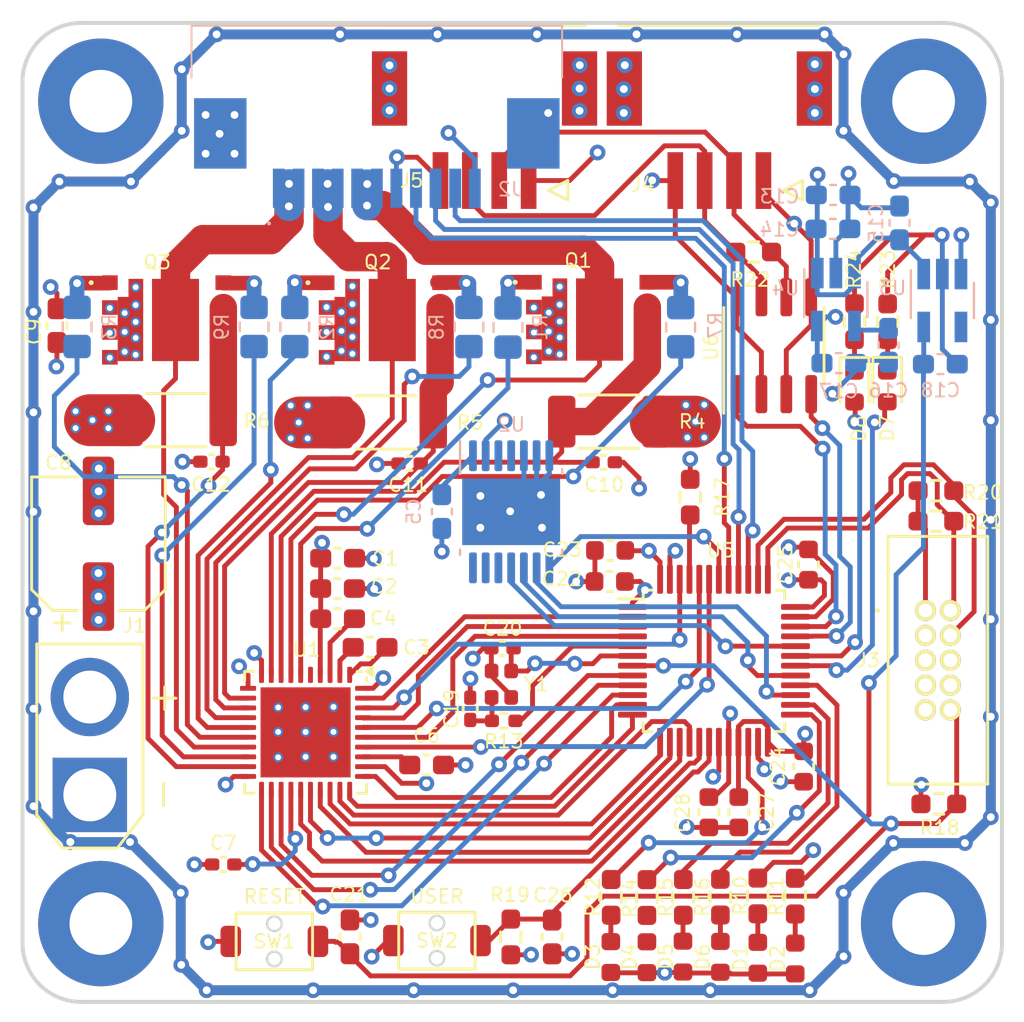
<source format=kicad_pcb>
(kicad_pcb (version 20240108) (generator "pcbnew") (generator_version "8.0")
  (layers (0 "F.Cu" signal) (1 "In1.Cu" signal) (2 "In2.Cu" signal) (31 "B.Cu" signal) (34 "B.Paste" user) (35 "F.Paste" user) (36 "B.SilkS" user "B.Silkscreen") (37 "F.SilkS" user "F.Silkscreen") (38 "B.Mask" user) (39 "F.Mask" user) (44 "Edge.Cuts" user))
  (net 0 "")
  (net 1 "+BATT")
  (net 2 "GND")
  (net 3 "+5V")
  (net 4 "+3.3VA")
  (net 5 "/drv8323/SLA")
  (net 6 "/drv8323/SLB")
  (net 7 "/drv8323/SLC")
  (net 8 "+3.3V")
  (net 9 "/stm32g431cb/OSC_OUT")
  (net 10 "/stm32g431cb/NRST")
  (net 11 "/drv8323/HALL_W")
  (net 12 "/drv8323/HALL_U")
  (net 13 "/drv8323/HALL_V")
  (net 14 "/drv8323/SHA")
  (net 15 "/drv8323/SHB")
  (net 16 "/drv8323/SHC")
  (net 17 "/drv8323/SPI1_CLK")
  (net 18 "/drv8323/SPI1_MOSI")
  (net 19 "/drv8323/SPI1_MISO")
  (net 20 "/drv8323/SS_ENC")
  (net 21 "/stm32g431cb/SWDIO")
  (net 22 "/stm32g431cb/SWCLK")
  (net 23 "Net-(D5-A)")
  (net 24 "/stm32g431cb/CAN_H")
  (net 25 "/stm32g431cb/CAN_L")
  (net 26 "/drv8323/GHA")
  (net 27 "Net-(D6-A)")
  (net 28 "/drv8323/GHB")
  (net 29 "/drv8323/GHC")
  (net 30 "/drv8323/GLA")
  (net 31 "/drv8323/GLB")
  (net 32 "/drv8323/GLC")
  (net 33 "/stm32g431cb/LED1")
  (net 34 "/stm32g431cb/OSC_IN")
  (net 35 "/stm32g431cb/LED2")
  (net 36 "/stm32g431cb/LED3")
  (net 37 "/stm32g431cb/LED4")
  (net 38 "/stm32g431cb/LED_CAN_TX")
  (net 39 "/stm32g431cb/LED_CAN_RX")
  (net 40 "/stm32g431cb/SW1")
  (net 41 "/stm32g431cb/ADC1_3")
  (net 42 "/stm32g431cb/ADC1_2")
  (net 43 "/stm32g431cb/ADC1_1")
  (net 44 "/stm32g431cb/FAULTB")
  (net 45 "/stm32g431cb/SS_DRV")
  (net 46 "/stm32g431cb/DRV_ENABLE")
  (net 47 "/stm32g431cb/DRV_CAL")
  (net 48 "/stm32g431cb/CAN_TX")
  (net 49 "/stm32g431cb/CAN_RX")
  (net 50 "Net-(Q2-TR2_GATE)")
  (net 51 "Net-(Q2-TR1_GATE)")
  (net 52 "Net-(Q3-TR1_GATE)")
  (net 53 "Net-(Q3-TR2_GATE)")
  (net 54 "/drv8323/SPI2_CLK")
  (net 55 "/drv8323/SPI2_MOSI")
  (net 56 "/drv8323/SPI2_MISO")
  (net 57 "/stm32g431cb/TIM4_INHC")
  (net 58 "/stm32g431cb/TIM4_INHA")
  (net 59 "/stm32g431cb/TIM4_INHB")
  (net 60 "Net-(U1-CPL)")
  (net 61 "Net-(U1-CPH)")
  (net 62 "Net-(U1-VCP)")
  (net 63 "Net-(U2-BYP)")
  (net 64 "Net-(U1-DVDD)")
  (net 65 "Net-(U4-Cs)")
  (net 66 "Net-(C19-Pad1)")
  (net 67 "Net-(D2-A)")
  (net 68 "Net-(D3-A)")
  (net 69 "Net-(D4-A)")
  (net 73 "Net-(Q1-TR2_GATE)")
  (net 74 "Net-(Q1-TR1_GATE)")
  (net 75 "Net-(U5-PB8-BOOT0)")
  (net 82 "/stm32g431cb/INLC")
  (net 83 "/stm32g431cb/INLA")
  (net 84 "/stm32g431cb/INLB")
  (net 85 "Net-(D1-A)")
  (net 86 "Net-(D7-K)")
  (net 87 "Net-(D8-K)")
  (footprint "Capacitor_SMD:C_0603_1608Metric_Pad1.08x0.95mm_HandSolder" (layer "F.Cu") (at 106.6075 105.74)
    (property "Reference" "C4")
    (property "Value" "1u")
  )
  (footprint "LED_SMD:LED_0603_1608Metric" (layer "F.Cu") (at 124.24 122.9966 90)
    (property "Reference" "D5")
    (property "Value" "LED3")
  )
  (footprint "Resistor_SMD:R_2010_5025Metric_Pad1.40x2.65mm_HandSolder" (layer "F.Cu") (at 98.3704 95.59962)
    (property "Reference" "R6")
    (property "Value" "5m")
  )
  (footprint "Package_QFP:LQFP-48_7x7mm_P0.5mm" (layer "F.Cu") (at 125.8225 107.89)
    (property "Reference" "U5")
    (property "Value" "STM32G431CB" (hide yes))
  )
  (footprint "MountingHole:MountingHole_3.2mm_M3_Pad_TopBottom" (layer "F.Cu") (at 94.524 79.3104)
    (property "Reference" "H1" (hide yes))
    (property "Value" "MountingHole")
  )
  (footprint "Capacitor_SMD:C_0603_1608Metric_Pad1.08x0.95mm_HandSolder" (layer "F.Cu") (at 106.61 102.65)
    (property "Reference" "C1")
    (property "Value" "4.7u")
  )
  (footprint "Capacitor_SMD:C_0402_1005Metric_Pad0.74x0.62mm_HandSolder" (layer "F.Cu") (at 100.1704 97.71962 180)
    (property "Reference" "C12")
    (property "Value" "1n")
  )
  (footprint "Capacitor_SMD:C_0402_1005Metric_Pad0.74x0.62mm_HandSolder" (layer "F.Cu") (at 120.1925 97.75)
    (property "Reference" "C10")
    (property "Value" "1n")
  )
  (footprint "mylib:21322604YY" (layer "F.Cu") (at 126.0968 83.3628 180)
    (property "Reference" "J4")
    (property "Value" "Conn" (hide yes))
  )
  (footprint "Capacitor_SMD:C_0603_1608Metric" (layer "F.Cu") (at 127.09 115.625 -90)
    (property "Reference" "C27")
    (property "Value" "0.1u")
  )
  (footprint "Resistor_SMD:R_0402_1005Metric_Pad0.72x0.64mm_HandSolder" (layer "F.Cu") (at 115.0875 110.95625 180)
    (property "Reference" "R13")
    (property "Value" "1k")
  )
  (footprint "Connector_AMASS:AMASS_XT30U-F_1x02_P5.0mm_Vertical" (layer "F.Cu") (at 93.96 114.74 90)
    (property "Reference" "J1")
    (property "Value" "XT30")
  )
  (footprint "Resistor_SMD:R_0603_1608Metric_Pad0.98x0.95mm_HandSolder" (layer "F.Cu") (at 137.15125 100.75875)
    (property "Reference" "R21")
    (property "Value" "10k")
  )
  (footprint "Resistor_SMD:R_0603_1608Metric_Pad0.98x0.95mm_HandSolder" (layer "F.Cu") (at 134.688 90.57 90)
    (property "Reference" "R23")
    (property "Value" "1k")
  )
  (footprint "Capacitor_SMD:C_0402_1005Metric_Pad0.74x0.62mm_HandSolder" (layer "F.Cu") (at 115.025 107.255 180)
    (property "Reference" "C20")
    (property "Value" "10p")
  )
  (footprint "bldc:XRCGB16M000FXN02R0" (layer "F.Cu") (at 114.97 109.085 90)
    (property "Reference" "Y1")
    (property "Value" "XRCGB16M000FXN02R0")
  )
  (footprint "Resistor_SMD:R_0603_1608Metric_Pad0.98x0.95mm_HandSolder" (layer "F.Cu") (at 132.9968 90.5684 90)
    (property "Reference" "R24")
    (property "Value" "1k")
  )
  (footprint "half_mouse_lib:TVAF06-A020B-R" (layer "F.Cu") (at 111.68 122.18)
    (property "Reference" "SW2")
    (property "Value" "USER")
    (fp_circle (center 0 -0.9) (end 0.375 -0.9) (stroke (width 0.12)) (fill none) (layer "Edge.Cuts"))
    (fp_circle (center 0 0.9) (end 0.375 0.9) (stroke (width 0.12)) (fill none) (layer "Edge.Cuts"))
  )
  (footprint "Resistor_SMD:R_0603_1608Metric_Pad0.98x0.95mm_HandSolder" (layer "F.Cu") (at 115.45 121.9925 90)
    (property "Reference" "R19")
    (property "Value" "10k")
  )
  (footprint "MountingHole:MountingHole_3.2mm_M3_Pad_TopBottom" (layer "F.Cu") (at 136.524 79.3104)
    (property "Reference" "H3" (hide yes))
    (property "Value" "MountingHole")
  )
  (footprint "bldc_lib:HP8K24TB" (layer "F.Cu") (at 108.945 90.485 -90)
    (property "Reference" "Q2")
    (property "Value" "HP8K22TB" (hide yes))
  )
  (footprint "Package_SO:SOIC-8_3.9x4.9mm_P1.27mm" (layer "F.Cu") (at 128.8796 91.7956 90)
    (property "Reference" "U6")
    (property "Value" "MCP2562-E-SN")
  )
  (footprint "Resistor_SMD:R_0603_1608Metric_Pad0.98x0.95mm_HandSolder" (layer "F.Cu") (at 124.61 99.53 90)
    (property "Reference" "R17")
    (property "Value" "10k")
  )
  (footprint "Resistor_SMD:R_0603_1608Metric_Pad0.98x0.95mm_HandSolder" (layer "F.Cu") (at 127.8475 87.01)
    (property "Reference" "R22")
    (property "Value" "120")
  )
  (footprint "Resistor_SMD:R_0603_1608Metric_Pad0.98x0.95mm_HandSolder" (layer "F.Cu") (at 128.06 119.8992 -90)
    (property "Reference" "R10")
    (property "Value" "1k")
  )
  (footprint "Capacitor_SMD:C_0603_1608Metric" (layer "F.Cu") (at 125.56 115.625 -90)
    (property "Reference" "C28")
    (property "Value" "0.1u")
  )
  (footprint "mylib:322110010000" (layer "F.Cu") (at 136.62 105.32 -90)
    (property "Reference" "J3")
    (property "Value" "Conn_ARM_JTAG_SWD_10" (hide yes))
  )
  (footprint "Resistor_SMD:R_0603_1608Metric_Pad0.98x0.95mm_HandSolder" (layer "F.Cu") (at 137.15375 99.19875)
    (property "Reference" "R20")
    (property "Value" "10k")
  )
  (footprint "Capacitor_SMD:C_0603_1608Metric_Pad1.08x0.95mm_HandSolder" (layer "F.Cu") (at 92.28 90.77 90)
    (property "Reference" "C9")
    (property "Value" "10u")
  )
  (footprint "Resistor_SMD:R_0603_1608Metric_Pad0.98x0.95mm_HandSolder" (layer "F.Cu") (at 129.97 119.9075 -90)
    (property "Reference" "R11")
    (property "Value" "1k")
  )
  (footprint "Capacitor_SMD:C_0603_1608Metric" (layer "F.Cu") (at 130.6485 102.9754 90)
    (property "Reference" "C25")
    (property "Value" "0.1u")
  )
  (footprint "Resistor_SMD:R_0603_1608Metric_Pad0.98x0.95mm_HandSolder" (layer "F.Cu") (at 124.2559 119.9716 -90)
    (property "Reference" "R15")
    (property "Value" "1k")
  )
  (footprint "Resistor_SMD:R_0603_1608Metric_Pad0.98x0.95mm_HandSolder" (layer "F.Cu") (at 126.15 119.96 -90)
    (property "Reference" "R16")
    (property "Value" "1k")
  )
  (footprint "LED_SMD:LED_0603_1608Metric" (layer "F.Cu") (at 122.4 123.0275 90)
    (property "Reference" "D4")
    (property "Value" "LED2")
  )
  (footprint "LED_SMD:LED_0603_1608Metric" (layer "F.Cu") (at 128.06 123.0558 90)
    (property "Reference" "D1")
    (property "Value" "LED")
  )
  (footprint "half_mouse_lib:TVAF06-A020B-R" (layer "F.Cu") (at 103.38 122.22 180)
    (property "Reference" "SW1")
    (property "Value" "RESET")
    (fp_circle (center 0 0.9) (end 0.375 0.9) (stroke (width 0.12)) (fill none) (layer "Edge.Cuts"))
    (fp_circle (center 0 -0.9) (end 0.375 -0.9) (stroke (width 0.12)) (fill none) (layer "Edge.Cuts"))
  )
  (footprint "Resistor_SMD:R_0603_1608Metric_Pad0.98x0.95mm_HandSolder" (layer "F.Cu") (at 137.3 115.2)
    (property "Reference" "R18")
    (property "Value" "10k")
  )
  (footprint "LED_SMD:LED_0603_1608Metric" (layer "F.Cu") (at 126.15 123.008 90)
    (property "Reference" "D6")
    (property "Value" "LED4")
  )
  (footprint "bldc_lib:HP8K24TB" (layer "F.Cu") (at 97.8792 90.482 -90)
    (property "Reference" "Q3")
    (property "Value" "HP8K22TB" (hide yes))
  )
  (footprint "Capacitor_SMD:C_0402_1005Metric_Pad0.74x0.62mm_HandSolder" (layer "F.Cu") (at 113.38 110.34 90)
    (property "Reference" "C19")
    (property "Value" "10p")
  )
  (footprint "Capacitor_SMD:C_0603_1608Metric" (layer "F.Cu") (at 130.4 113.29 -90)
    (property "Reference" "C24")
    (property "Value" "0.1u")
  )
  (footprint "Resistor_SMD:R_2010_5025Metric_Pad1.40x2.65mm_HandSolder" (layer "F.Cu") (at 109.093 95.7174)
    (property "Reference" "R5")
    (property "Value" "5m")
  )
  (footprint "LED_SMD:LED_0603_1608Metric" (layer "F.Cu") (at 120.5576 123.0195 90)
    (property "Reference" "D3")
    (property "Value" "LED1")
  )
  (footprint "Capacitor_SMD:CP_Elec_6.3x3.9" (layer "F.Cu") (at 94.4 101.91 90)
    (property "Reference" "C8")
    (property "Value" "150u")
  )
  (footprint "Capacitor_SMD:C_0603_1608Metric_Pad1.08x0.95mm_HandSolder" (layer "F.Cu") (at 106.605 104.2)
    (property "Reference" "C2")
    (property "Value" "1u")
  )
  (footprint "MountingHole:MountingHole_3.2mm_M3_Pad_TopBottom" (layer "F.Cu") (at 136.524 121.3104)
    (property "Reference" "H4" (hide yes))
    (property "Value" "MountingHole")
  )
  (footprint "Capacitor_SMD:C_0603_1608Metric_Pad1.08x0.95mm_HandSolder" (layer "F.Cu") (at 111.1525 113.21 180)
    (property "Reference" "C6")
    (property "Value" "1u")
  )
  (footprint "Capacitor_SMD:C_0603_1608Metric_Pad1.08x0.95mm_HandSolder" (layer "F.Cu") (at 107.24 121.9875 90)
    (property "Reference" "C21")
    (property "Value" "0.1u")
  )
  (footprint "Capacitor_SMD:C_0603_1608Metric" (layer "F.Cu") (at 120.5 103.84 180)
    (property "Reference" "C22")
    (property "Value" "4.7u")
  )
  (footprint "Capacitor_SMD:C_0603_1608Metric_Pad1.08x0.95mm_HandSolder" (layer "F.Cu") (at 108.2675 107.2 180)
    (property "Reference" "C3")
    (property "Value" "0.047u")
  )
  (footprint "Capacitor_SMD:C_0603_1608Metric" (layer "F.Cu") (at 120.52 102.25 180)
    (property "Reference" "C23")
    (property "Value" "0.1u")
  )
  (footprint "Resistor_SMD:R_2010_5025Metric_Pad1.40x2.65mm_HandSolder" (layer "F.Cu") (at 120.45 95.6733 180)
    (property "Reference" "R4")
    (property "Value" "5m")
  )
  (footprint "Capacitor_SMD:C_0402_1005Metric_Pad0.74x0.62mm_HandSolder" (layer "F.Cu") (at 110.2875 97.81 180)
    (property "Reference" "C11")
    (property "Value" "1n")
  )
  (footprint "MountingHole:MountingHole_3.2mm_M3_Pad_TopBottom" (layer "F.Cu") (at 94.524 121.3104)
    (property "Reference" "H2" (hide yes))
    (property "Value" "MountingHole")
  )
  (footprint "Resistor_SMD:R_0603_1608Metric_Pad0.98x0.95mm_HandSolder" (layer "F.Cu") (at 122.4 119.9795 -90)
    (property "Reference" "R14")
    (property "Value" "1k")
  )
  (footprint "Package_DFN_QFN:QFN-40-1EP_6x6mm_P0.5mm_EP4.6x4.6mm" (layer "F.Cu") (at 104.975 111.545 -90)
    (property "Reference" "U1")
    (property "Value" "DRV8323S")
  )
  (footprint "mylib:21322604YY" (layer "F.Cu") (at 114.11 83.36 180)
    (property "Reference" "J5")
    (property "Value" "Conn" (hide yes))
  )
  (footprint "bldc_lib:HP8K24TB" (layer "F.Cu") (at 119.525 90.46 -90)
    (property "Reference" "Q1")
    (property "Value" "HP8K22TB" (hide yes))
  )
  (footprint "LED_SMD:LED_0603_1608Metric" (layer "F.Cu") (at 134.67 93.8775 -90)
    (property "Reference" "D7")
    (property "Value" "LED5")
  )
  (footprint "LED_SMD:LED_0603_1608Metric" (layer "F.Cu") (at 129.97 123.0925 90)
    (property "Reference" "D2")
    (property "Value" "LED")
  )
  (footprint "LED_SMD:LED_0603_1608Metric" (layer "F.Cu") (at 132.9968 93.8834 -90)
    (property "Reference" "D8")
    (property "Value" "LED6")
  )
  (footprint "Resistor_SMD:R_0603_1608Metric_Pad0.98x0.95mm_HandSolder" (layer "F.Cu") (at 120.5735 119.9715 -90)
    (property "Reference" "R12")
    (property "Value" "1k")
  )
  (footprint "Capacitor_SMD:C_0603_1608Metric_Pad1.08x0.95mm_HandSolder" (layer "F.Cu") (at 117.5625 121.9925 -90)
    (property "Reference" "C26")
    (property "Value" "0.1u")
  )
  (footprint "Capacitor_SMD:C_0402_1005Metric_Pad0.74x0.62mm_HandSolder" (layer "F.Cu") (at 100.7725 118.29 180)
    (property "Reference" "C7")
    (property "Value" "0.1u")
  )
  (footprint "Resistor_SMD:R_0805_2012Metric_Pad1.20x1.40mm_HandSolder" (layer "B.Cu") (at 115.3064 90.8664 90)
    (property "Reference" "R1")
    (property "Value" "0")
  )
  (footprint "Capacitor_SMD:C_0603_1608Metric_Pad1.08x0.95mm_HandSolder" (layer "B.Cu") (at 135.2956 85.5256 90)
    (property "Reference" "C15")
    (property "Value" "1u")
  )
  (footprint "Capacitor_SMD:C_0603_1608Metric_Pad1.08x0.95mm_HandSolder" (layer "B.Cu") (at 131.892 85.8304)
    (property "Reference" "C14")
    (property "Value" "1u")
  )
  (footprint "Resistor_SMD:R_0805_2012Metric_Pad1.20x1.40mm_HandSolder" (layer "B.Cu") (at 102.3452 90.8376 -90)
    (property "Reference" "R9")
    (property "Value" "0")
  )
  (footprint "Capacitor_SMD:C_0603_1608Metric_Pad1.08x0.95mm_HandSolder" (layer "B.Cu") (at 132.1968 92.6884)
    (property "Reference" "C17")
    (property "Value" "1u")
  )
  (footprint "Resistor_SMD:R_0805_2012Metric_Pad1.20x1.40mm_HandSolder" (layer "B.Cu") (at 104.4238 90.8406 90)
    (property "Reference" "R2")
    (property "Value" "0")
  )
  (footprint "Resistor_SMD:R_0805_2012Metric_Pad1.20x1.40mm_HandSolder" (layer "B.Cu") (at 93.3096 90.83642 90)
    (property "Reference" "R3")
    (property "Value" "0")
  )
  (footprint "bldc_lib:1-84953-1" (layer "B.Cu") (at 108.6104 79.6036)
    (property "Reference" "J2")
    (property "Value" "1-84953-1" (hide yes))
  )
  (footprint "Resistor_SMD:R_0805_2012Metric_Pad1.20x1.40mm_HandSolder" (layer "B.Cu") (at 124.1221 90.8512 -90)
    (property "Reference" "R7")
    (property "Value" "0")
  )
  (footprint "Package_SO:HTSSOP-14-1EP_4.4x5mm_P0.65mm_EP3.4x5mm_Mask3x3.1mm" (layer "B.Cu") (at 115.4684 100.2792 -90)
    (property "Reference" "U2")
    (property "Value" "a1333")
  )
  (footprint "Capacitor_SMD:C_0603_1608Metric_Pad1.08x0.95mm_HandSolder" (layer "B.Cu") (at 134.7368 91.774 -90)
    (property "Reference" "C16")
    (property "Value" "0.01u")
  )
  (footprint "Package_TO_SOT_SMD:SOT-23-5_HandSoldering" (layer "B.Cu") (at 137.48 89.488 -90)
    (property "Reference" "U3")
    (property "Value" "ADP151AUJZ-3.3-R7")
  )
  (footprint "Resistor_SMD:R_0805_2012Metric_Pad1.20x1.40mm_HandSolder" (layer "B.Cu") (at 113.3138 90.8406 -90)
    (property "Reference" "R8")
    (property "Value" "0")
  )
  (footprint "Package_TO_SOT_SMD:SOT-23-5_HandSoldering" (layer "B.Cu") (at 132.0444 89.4372 -90)
    (property "Reference" "U4")
    (property "Value" "NJM12877F33-TE1")
  )
  (footprint "Capacitor_SMD:C_0603_1608Metric_Pad1.08x0.95mm_HandSolder" (layer "B.Cu") (at 137.3784 92.7392)
    (property "Reference" "C18")
    (property "Value" "1u")
  )
  (footprint "Capacitor_SMD:C_0603_1608Metric_Pad1.08x0.95mm_HandSolder" (layer "B.Cu") (at 111.93 100.2675 -90)
    (property "Reference" "C5")
    (property "Value" "0.1u")
  )
  (footprint "Capacitor_SMD:C_0603_1608Metric_Pad1.08x0.95mm_HandSolder" (layer "B.Cu") (at 131.9061 84.0956)
    (property "Reference" "C13")
    (property "Value" "0.01u")
  )
  (gr_arc (start 90.524 78.3104) (mid 91.40268 76.18908) (end 93.524 75.3104) (stroke (width 0.2)) (layer "Edge.Cuts"))
  (gr_line (start 90.524 78.3104) (end 90.524 122.3104) (stroke (width 0.2)) (layer "Edge.Cuts"))
  (gr_arc (start 137.524 75.3104) (mid 139.64532 76.18908) (end 140.524 78.3104) (stroke (width 0.2)) (layer "Edge.Cuts"))
  (gr_line (start 93.524 125.3104) (end 137.524 125.3104) (stroke (width 0.2)) (layer "Edge.Cuts"))
  (gr_line (start 140.524 122.3104) (end 140.524 78.3104) (stroke (width 0.2)) (layer "Edge.Cuts"))
  (gr_line (start 137.524 75.3104) (end 93.524 75.3104) (stroke (width 0.2)) (layer "Edge.Cuts"))
  (gr_arc (start 140.524 122.3104) (mid 139.64532 124.43172) (end 137.524 125.3104) (stroke (width 0.2)) (layer "Edge.Cuts"))
  (gr_arc (start 93.524 125.3104) (mid 91.40268 124.43172) (end 90.524 122.3104) (stroke (width 0.2)) (layer "Edge.Cuts"))
  (segment (start 105.745 104.2025) (end 105.7425 104.2) (width 0.25) (layer "F.Cu") (net 1))
  (segment (start 105.7425 102.655) (end 105.7475 102.65) (width 0.25) (layer "F.Cu") (net 1))
  (segment (start 105.725 105.76) (end 105.745 105.74) (width 0.25) (layer "F.Cu") (net 1))
  (segment (start 92.28 91.6325) (end 92.28 92.83) (width 0.25) (layer "F.Cu") (net 1))
  (segment (start 105.745 105.74) (end 105.745 104.2025) (width 0.25) (layer "F.Cu") (net 1))
  (segment (start 105.7475 101.92738) (end 105.7475 102.65) (width 0.25) (layer "F.Cu") (net 1))
  (segment (start 105.814242 101.860638) (end 105.7475 101.92738) (width 0.25) (layer "F.Cu") (net 1))
  (segment (start 92.28 92.83) (end 92.25 92.86) (width 0.25) (layer "F.Cu") (net 1))
  (segment (start 105.7425 104.2) (end 105.7425 102.655) (width 0.25) (layer "F.Cu") (net 1))
  (segment (start 105.725 108.6075) (end 105.725 105.76) (width 0.25) (layer "F.Cu") (net 1))
  (via (at 107.3658 88.7578) (size 0.508) (drill 0.3) (layers "F.Cu" "B.Cu") (net 1))
  (via (at 107.3658 89.6722) (size 0.508) (drill 0.3) (layers "F.Cu" "B.Cu") (net 1))
  (via (at 106.045 91.0946) (size 0.508) (drill 0.3) (layers "F.Cu" "B.Cu") (net 1))
  (via (at 94.9792 91.1424) (size 0.508) (drill 0.3) (layers "F.Cu" "B.Cu") (net 1))
  (via (at 96.3 90.5836) (size 0.508) (drill 0.3) (layers "F.Cu" "B.Cu") (net 1))
  (via (at 106.807 90.0786) (size 0.508) (drill 0.3) (layers "F.Cu" "B.Cu") (net 1))
  (via (at 95.7412 91.0916) (size 0.508) (drill 0.3) (layers "F.Cu" "B.Cu") (net 1))
  (via (at 106.045 92.3646) (size 0.508) (drill 0.3) (layers "F.Cu" "B.Cu") (net 1))
  (via (at 117.948 88.7836) (size 0.508) (drill 0.3) (layers "F.Cu" "B.Cu") (net 1))
  (via (at 96.3 92.26) (size 0.508) (drill 0.3) (layers "F.Cu" "B.Cu") (net 1))
  (via (at 94.9792 92.4124) (size 0.508) (drill 0.3) (layers "F.Cu" "B.Cu") (net 1))
  (via (at 96.3 88.8056) (size 0.508) (drill 0.3) (layers "F.Cu" "B.Cu") (net 1))
  (via (at 117.948 89.698) (size 0.508) (drill 0.3) (layers "F.Cu" "B.Cu") (net 1))
  (via (at 106.807 91.0438) (size 0.508) (drill 0.3) (layers "F.Cu" "B.Cu") (net 1))
  (via (at 92.25 92.86) (size 0.8) (drill 0.4) (layers "F.Cu" "B.Cu") (net 1))
  (via (at 117.3892 90.1044) (size 0.508) (drill 0.3) (layers "F.Cu" "B.Cu") (net 1))
  (via (at 116.6272 89.8504) (size 0.508) (drill 0.3) (layers "F.Cu" "B.Cu") (net 1))
  (via (at 94.4 103.41) (size 0.8) (drill 0.4) (layers "F.Cu" "B.Cu") (net 1))
  (via (at 117.948 91.3744) (size 0.508) (drill 0.3) (layers "F.Cu" "B.Cu") (net 1))
  (via (at 107.3658 91.3486) (size 0.508) (drill 0.3) (layers "F.Cu" "B.Cu") (net 1))
  (via (at 107.3658 90.5358) (size 0.508) (drill 0.3) (layers "F.Cu" "B.Cu") (net 1))
  (via (at 94.4 104.61) (size 0.8) (drill 0.4) (layers "F.Cu" "B.Cu") (net 1))
  (via (at 106.807 92.0598) (size 0.508) (drill 0.3) (layers "F.Cu" "B.Cu") (net 1))
  (via (at 116.6272 91.1204) (size 0.508) (drill 0.3) (layers "F.Cu" "B.Cu") (net 1))
  (via (at 96.3 89.72) (size 0.508) (drill 0.3) (layers "F.Cu" "B.Cu") (net 1))
  (via (at 117.948 92.238) (size 0.508) (drill 0.3) (layers "F.Cu" "B.Cu") (net 1))
  (via (at 96.3 91.3964) (size 0.508) (drill 0.3) (layers "F.Cu" "B.Cu") (net 1))
  (via (at 117.948 90.5616) (size 0.508) (drill 0.3) (layers "F.Cu" "B.Cu") (net 1))
  (via (at 116.6272 92.3904) (size 0.508) (drill 0.3) (layers "F.Cu" "B.Cu") (net 1))
  (via (at 94.41 105.8) (size 0.8) (drill 0.4) (layers "F.Cu" "B.Cu") (net 1))
  (via (at 117.3892 92.0856) (size 0.508) (drill 0.3) (layers "F.Cu" "B.Cu") (net 1))
  (via (at 106.045 89.8246) (size 0.508) (drill 0.3) (layers "F.Cu" "B.Cu") (net 1))
  (via (at 94.9792 89.8724) (size 0.508) (drill 0.3) (layers "F.Cu" "B.Cu") (net 1))
  (via (at 117.3892 91.0696) (size 0.508) (drill 0.3) (layers "F.Cu" "B.Cu") (net 1))
  (via (at 107.3658 92.2122) (size 0.508) (drill 0.3) (layers "F.Cu" "B.Cu") (net 1))
  (via (at 95.7412 92.1076) (size 0.508) (drill 0.3) (layers "F.Cu" "B.Cu") (net 1))
  (via (at 95.7412 90.1264) (size 0.508) (drill 0.3) (layers "F.Cu" "B.Cu") (net 1))
  (via (at 105.814242 101.860638) (size 0.8) (drill 0.4) (layers "F.Cu" "B.Cu") (net 1))
  (segment (start 132.4356 76.8604) (end 131.4704 75.8952) (width 0.5) (layer "F.Cu") (net 2))
  (segment (start 95.9704 95.59962) (end 93.9704 95.59962) (width 2.65) (layer "F.Cu") (net 2))
  (segment (start 99.995 122.255) (end 100 122.26) (width 0.25) (layer "F.Cu") (net 2))
  (segment (start 92.28 89.9075) (end 92.28 89.12) (width 0.25) (layer "F.Cu") (net 2))
  (segment (start 108.94 108.77) (end 108.415 109.295) (width 0.25) (layer "F.Cu") (net 2))
  (segment (start 126.9746 90.8546) (end 126.9746 89.3206) (width 0.25) (layer "F.Cu") (net 2))
  (segment (start 129.225 114.065) (end 130.4 114.065) (width 0.25) (layer "F.Cu") (net 2))
  (segment (start 134.688 89.6575) (end 134.688 88.042) (width 0.25) (layer "F.Cu") (net 2))
  (segment (start 134.9756 117.1956) (end 138.6332 117.1956) (width 0.5) (layer "F.Cu") (net 2))
  (segment (start 122 98.55) (end 122 99.09) (width 0.25) (layer "F.Cu") (net 2))
  (segment (start 123.5725 102.545) (end 123.5725 103.7275) (width 0.25) (layer "F.Cu") (net 2))
  (segment (start 129.22 114.06) (end 129.225 114.065) (width 0.25) (layer "F.Cu") (net 2))
  (segment (start 113.510153 107.769847) (end 114.025 107.255) (width 0.25) (layer "F.Cu") (net 2))
  (segment (start 122.6828 83.3628) (end 122.67 83.35) (width 0.25) (layer "F.Cu") (net 2))
  (segment (start 116.7892 75.8952) (end 111.7092 75.8952) (width 0.5) (layer "F.Cu") (net 2))
  (segment (start 125.56 116.4) (end 127.09 116.4) (width 0.25) (layer "F.Cu") (net 2))
  (segment (start 121.8692 75.8952) (end 116.7892 75.8952) (width 0.5) (layer "F.Cu") (net 2))
  (segment (start 132.4356 76.9112) (end 132.4356 80.8228) (width 0.5) (layer "F.Cu") (net 2))
  (segment (start 107.4675 104.2) (end 108.46 104.2) (width 0.25) (layer "F.Cu") (net 2))
  (segment (start 99.6029 97.71962) (end 98.69038 97.71962) (width 0.25) (layer "F.Cu") (net 2))
  (segment (start 109.455 122.18) (end 109.17 122.18) (width 0.25) (layer "F.Cu") (net 2))
  (segment (start 123.8468 83.3628) (end 122.6828 83.3628) (width 0.25) (layer "F.Cu") (net 2))
  (segment (start 128.39 113.43) (end 128.39 113.175264) (width 0.25) (layer "F.Cu") (net 2))
  (segment (start 107.24 121.125) (end 108.3 121.125) (width 0.25) (layer "F.Cu") (net 2))
  (segment (start 122.85 95.6733) (end 124.85 95.6733) (width 2.65) (layer "F.Cu") (net 2))
  (segment (start 128.2446 94.2706) (end 128.2446 92.1246) (width 0.25) (layer "F.Cu") (net 2))
  (segment (start 99.9236 124.714) (end 98.6028 123.393202) (width 0.5) (layer "F.Cu") (net 2))
  (segment (start 126.9746 89.3206) (end 123.8468 86.1928) (width 0.25) (layer "F.Cu") (net 2))
  (segment (start 98.6028 119.7356) (end 98.6028 123.393202) (width 0.5) (layer "F.Cu") (net 2))
  (segment (start 119.725 103.84) (end 118.79 103.84) (width 0.25) (layer "F.Cu") (net 2))
  (segment (start 132.4356 122.9868) (end 130.708402 124.714) (width 0.5) (layer "F.Cu") (net 2))
  (segment (start 128.65 123.885) (end 128.655 123.88) (width 0.25) (layer "F.Cu") (net 2))
  (segment (start 134.97 86.14) (end 137.449997 86.14) (width 0.25) (layer "F.Cu") (net 2))
  (segment (start 113.5125 109.76) (end 113.415 109.6625) (width 0.25) (layer "F.Cu") (net 2))
  (segment (start 118.58 122.855) (end 117.5625 122.855) (width 0.25) (layer "F.Cu") (net 2))
  (segment (start 113.510153 107.775153) (end 113.510153 107.769847) (width 0.25) (layer "F.Cu") (net 2))
  (segment (start 113.38 108.81) (end 113.39 108.8) (width 0.25) (layer "F.Cu") (net 2))
  (segment (start 109.17 122.18) (end 108.35 123) (width 0.25) (layer "F.Cu") (net 2))
  (segment (start 120.5595 123.5026) (end 120.5576 123.5045) (width 0.25) (layer "F.Cu") (net 2))
  (segment (start 125.779169 113.812797) (end 126.0725 113.519466) (width 0.25) (layer "F.Cu") (net 2))
  (segment (start 125.6284 124.714) (end 130.708402 124.714) (width 0.5) (layer "F.Cu") (net 2))
  (segment (start 134.6864 89.6559) (end 134.688 89.6575) (width 0.25) (layer "F.Cu") (net 2))
  (segment (start 108.44 102.65) (end 108.46 102.67) (width 0.25) (layer "F.Cu") (net 2))
  (segment (start 122.59 123.825) (end 120.5756 123.825) (width 0.25) (layer "F.Cu") (net 2))
  (segment (start 110.67 82.17) (end 109.64 82.17) (width 0.25) (layer "F.Cu") (net 2))
  (segment (start 114.47 108.673044) (end 115.47 109.673044) (width 0.25) (layer "F.Cu") (net 2))
  (segment (start 131.9113 103.4632) (end 130.6485 102.2004) (width 0.25) (layer "F.Cu") (net 2))
  (segment (start 98.6536 77.6732) (end 100.431598 75.8952) (width 0.5) (layer "F.Cu") (net 2))
  (segment (start 132.4356 80.8228) (end 135.001 83.3882) (width 0.5) (layer "F.Cu") (net 2))
  (segment (start 92.8624 117.1448) (end 96.012 117.1448) (width 0.5) (layer "F.Cu") (net 2))
  (segment (start 129.63485 102.08485) (end 130.53295 102.08485) (width 0.25) (layer "F.Cu") (net 2))
  (segment (start 139.954 105.7656) (end 139.954 110.744) (width 0.5) (layer "F.Cu") (net 2))
  (segment (start 102.0375 109.295) (end 102.0375 108.6275) (width 0.25) (layer "F.Cu") (net 2))
  (segment (start 123.31 123.82) (end 123.325 123.805) (width 0.25) (layer "F.Cu") (net 2))
  (segment (start 123.325 123.805) (end 124.62 123.805) (width 0.25) (layer "F.Cu") (net 2))
  (segment (start 102.725 107.865) (end 102.35 107.49) (width 0.25) (layer "F.Cu") (net 2))
  (segment (start 134.688 88.042) (end 136.59 86.14) (width 0.25) (layer "F.Cu") (net 2))
  (segment (start 123.31 123.82) (end 122.595 123.82) (width 0.25) (layer "F.Cu") (net 2))
  (segment (start 111.86 83.36) (end 110.67 82.17) (width 0.25) (layer "F.Cu") (net 2))
  (segment (start 128.2446 94.647351) (end 128.2446 94.2706) (width 0.25) (layer "F.Cu") (net 2))
  (segment (start 115.4725 109.924294) (end 115.4725 110.01125) (width 0.25) (layer "F.Cu") (net 2))
  (segment (start 113.38 109.7725) (end 113.38 108.81) (width 0.25) (layer "F.Cu") (net 2))
  (segment (start 128.655 123.88) (end 129.94 123.88) (width 0.25) (layer "F.Cu") (net 2))
  (segment (start 119.745 103.82) (end 119.725 103.84) (width 0.25) (layer "F.Cu") (net 2))
  (segment (start 126.65 123.835) (end 124.65 123.835) (width 0.25) (layer "F.Cu") (net 2))
  (segment (start 139.954 110.744) (end 139.954 115.8748) (width 0.5) (layer "F.Cu") (net 2))
  (segment (start 122.3875 123.8025) (end 122.4 123.815) (width 0.25) (layer "F.Cu") (net 2))
  (segment (start 109.035424 113.295) (end 109.885424 114.145) (width 0.25) (layer "F.Cu") (net 2))
  (segment (start 124.61 98.6175) (end 124.61 97.58) (width 0.25) (layer "F.Cu") (net 2))
  (segment (start 107.4725 102.65) (end 108.44 102.65) (width 0.25) (layer "F.Cu") (net 2))
  (segment (start 109.72 97.81) (end 108.6663 97.81) (width 0.25) (layer "F.Cu") (net 2))
  (segment (start 126.0725 113.519466) (end 126.0725 112.0525) (width 0.25) (layer "F.Cu") (net 2))
  (segment (start 99.995 122.22) (end 99.995 122.255) (width 0.25) (layer "F.Cu") (net 2))
  (segment (start 128.0725 112.857764) (end 128.0725 112.0525) (width 0.25) (layer "F.Cu") (net 2))
  (segment (start 122.405 123.81) (end 122.4 123.815) (width 0.25) (layer "F.Cu") (net 2))
  (segment (start 131.059595 105.59) (end 131.061008 105.59) (width 0.25) (layer "F.Cu") (net 2))
  (segment (start 114.46 108.64875) (end 114.4725 108.66125) (width 0.25) (layer "F.Cu") (net 2))
  (segment (start 132.4356 119.7356) (end 134.9756 117.1956) (width 0.5) (layer "F.Cu") (net 2))
  (segment (start 131.9113 104.739708) (end 131.9113 103.4632) (width 0.25) (layer "F.Cu") (net 2))
  (segment (start 124.65 123.835) (end 124.62 123.805) (width 0.25) (layer "F.Cu") (net 2))
  (segment (start 123.8468 86.1928) (end 123.8468 83.3628) (width 0.25) (layer "F.Cu") (net 2))
  (segment (start 135.001 83.3882) (end 135.0264 83.4136) (width 0.5) (layer "F.Cu") (net 2))
  (segment (start 111.7092 75.8952) (end 100.431598 75.8952) (width 0.5) (layer "F.Cu") (net 2))
  (segment (start 102.725 108.6075) (end 102.725 107.865) (width 0.25) (layer "F.Cu") (net 2))
  (segment (start 123.8475 102.27) (end 123.5725 102.545) (width 0.25) (layer "F.Cu") (net 2))
  (segment (start 125.56 116.4) (end 124.45 116.4) (width 0.25) (layer "F.Cu") (net 2))
  (segment (start 138.6332 117.1956) (end 139.954 115.8748) (width 0.5) (layer "F.Cu") (net 2))
  (segment (start 99.9236 124.714) (end 105.3592 124.714) (width 0.5) (layer "F.Cu") (net 2))
  (segment (start 96.012 117.1448) (end 98.6028 119.7356) (width 0.5) (layer "F.Cu") (net 2))
  (segment (start 114.025 107.255) (end 114.4575 107.255) (width 0.25) (layer "F.Cu") (net 2))
  (segment (start 113.14 113.21) (end 112.015 113.21) (width 0.25) (layer "F.Cu") (net 2))
  (segment (start 98.6536 77.6732) (end 98.6536 80.822802) (width 0.5) (layer "F.Cu") (net 2))
  (segment (start 132.9968 89.6559) (end 132.9968 88.1132) (width 0.25) (layer "F.Cu") (net 2))
  (segment (start 128.39 113.175264) (end 128.0725 112.857764) (width 0.25) (layer "F.Cu") (net 2))
  (segment (start 109.885424 114.145) (end 111.14 114.145) (width 0.25) (layer "F.Cu") (net 2))
  (segment (start 114.4575 107.255) (end 114.4575 108.3975) (width 0.25) (layer "F.Cu") (net 2))
  (segment (start 108.46 104.2) (end 108.48 104.22) (width 0.25) (layer "F.Cu") (net 2))
  (segment (start 102.0375 113.795) (end 101.305 113.795) (width 0.25) (layer "F.Cu") (net 2))
  (segment (start 126.15 124.0401) (end 126.203898 124.0401) (width 0.25) (layer "F.Cu") (net 2))
  (segment (start 96.0628 83.4136) (end 98.6536 80.822802) (width 0.5) (layer "F.Cu") (net 2))
  (segment (start 102.0375 108.6275) (end 101.58 108.17) (width 0.25) (layer "F.Cu") (net 2))
  (segment (start 135.0264 83.4136) (end 135.026402 83.4136) (width 0.25) (layer "F.Cu") (net 2))
  (segment (start 131.4704 75.8952) (end 121.8692 75.8952) (width 0.5) (layer "F.Cu") (net 2))
  (segment (start 132.9968 88.1132) (end 134.97 86.14) (width 0.25) (layer "F.Cu") (net 2))
  (segment (start 91.0844 84.7344) (end 92.405198 83.4136) (width 0.5) (layer "F.Cu") (net 2))
  (segment (start 131.009595 105.64) (end 131.059595 105.59) (width 0.25) (layer "F.Cu") (net 2))
  (segment (start 101.155 122.22) (end 99.995 122.22) (width 0.25) (layer "F.Cu") (net 2))
  (segment (start 139.954 95.6056) (end 139.954 100.6856) (width 0.5) (layer "F.Cu") (net 2))
  (segment (start 124.6195 123.8055) (end 124.62 123.805) (width 0.25) (layer "F.Cu") (net 2))
  (segment (start 106.693 95.7174) (end 104.693 95.7174) (width 2.65) (layer "F.Cu") (net 2))
  (segment (start 120.76 97.75) (end 121.2 97.75) (width 0.25) (layer "F.Cu") (net 2))
  (segment (start 136.59 86.14) (end 137.449997 86.14) (width 0.25) (layer "F.Cu") (net 2))
  (segment (start 92.8624 117.1448) (end 91.0844 115.366802) (width 0.5) (layer "F.Cu") (net 2))
  (segment (start 139.954 100.6856) (end 139.954 105.7656) (width 0.5) (layer "F.Cu") (net 2))
  (segment (start 96.0249 95.54512) (end 95.9704 95.59962) (width 0.25) (layer "F.Cu") (net 2))
  (segment (start 92.28 89.12) (end 91.96 88.8) (width 0.25) (layer "F.Cu") (net 2))
  (segment (start 139.954 84.4804) (end 139.954 90.4748) (width 0.5) (layer "F.Cu") (net 2))
  (segment (start 101.305 113.795) (end 100.89 114.21) (width 0.25) (layer "F.Cu") (net 2))
  (segment (start 138.8872 83.4136) (end 139.954 84.4804) (width 0.5) (layer "F.Cu") (net 2))
  (segment (start 91.0844 84.7344) (end 91.0844 115.366802) (width 0.5) (layer "F.Cu") (net 2))
  (segment (start 108.415 109.295) (end 107.9125 109.295) (width 0.25) (layer "F.Cu") (net 2))
  (segment (start 124.45 116.4) (end 124.43 116.38) (width 0.25) (layer "F.Cu") (net 2))
  (segment (start 121.2 97.75) (end 122 98.55) (width 0.25) (layer "F.Cu") (net 2))
  (segment (start 139.954 90.4748) (end 139.954 95.6056) (width 0.5) (layer "F.Cu") (net 2))
  (segment (start 105.3592 124.714) (end 120.65 124.714) (width 0.5) (layer "F.Cu") (net 2))
  (segment (start 138.8872 83.4136) (end 135.026402 83.4136) (width 0.5) (layer "F.Cu") (net 2))
  (segment (start 130.53295 102.08485) (end 130.6485 102.2004) (width 0.25) (layer "F.Cu") (net 2))
  (segment (start 119.745 102.25) (end 119.745 103.82) (width 0.25) (layer "F.Cu") (net 2))
  (segment (start 129.985 105.64) (end 131.009595 105.64) (width 0.25) (layer "F.Cu") (net 2))
  (segment (start 120.5756 123.825) (end 120.5576 123.807) (width 0.25) (layer "F.Cu") (net 2))
  (segment (start 128.2446 92.1246) (end 126.9746 90.8546) (width 0.25) (layer "F.Cu") (net 2))
  (segment (start 98.69038 97.71962) (end 98.69 97.72) (width 0.25) (layer "F.Cu") (net 2))
  (segment (start 131.061008 105.59) (end 131.9113 104.739708) (width 0.25) (layer "F.Cu") (net 2))
  (segment (start 96.0628 83.4136) (end 92.405198 83.4136) (width 0.5) (layer "F.Cu") (net 2))
  (segment (start 126.1145 123.76) (end 126.15 123.7955) (width 0.25) (layer "F.Cu") (net 2))
  (segment (start 100.205 118.29) (end 99.3025 118.29) (width 0.25) (layer "F.Cu") (net 2))
  (segment (start 126.2 123.8455) (end 126.15 123.7955) (width 0.25) (layer "F.Cu") (net 2))
  (segment (start 132.4356 76.8604) (end 132.4356 76.9112) (width 0.5) (layer "F.Cu") (net 2))
  (segment (start 107.9125 113.295) (end 109.035424 113.295) (width 0.25) (layer "F.Cu") (net 2))
  (segment (start 122.4105 123.8255) (end 122.4 123.815) (width 0.25) (layer "F.Cu") (net 2))
  (segment (start 128.65 123.885) (end 126.7 123.885) (width 0.25) (layer "F.Cu") (net 2))
  (segment (start 120.65 124.714) (end 125.6284 124.714) (width 0.5) (layer "F.Cu") (net 2))
  (segment (start 132.4356 122.9868) (end 132.4356 119.7356) (width 0.5) (layer "F.Cu") (net 2))
  (via (at 118.79 103.84) (size 0.8) (drill 0.4) (layers "F.Cu" "B.Cu") (net 2))
  (via (at 91.0844 84.7344) (size 0.8) (drill 0.4) (layers "F.Cu" "B.Cu") (net 2))
  (via (at 139.954 90.4748) (size 0.8) (drill 0.4) (layers "F.Cu" "B.Cu") (net 2))
  (via (at 125.6284 124.714) (size 0.8) (drill 0.4) (layers "F.Cu" "B.Cu") (net 2))
  (via (at 130.9736 78.6892) (size 0.8) (drill 0.4) (layers "F.Cu" "B.Cu") (net 2))
  (via (at 118.58 122.855) (size 0.8) (drill 0.4) (layers "F.Cu" "B.Cu") (net 2))
  (via (at 118.96 78.66) (size 0.8) (drill 0.4) (layers "F.Cu" "B.Cu") (net 2))
  (via (at 113.14 113.21) (size 0.8) (drill 0.4) (layers "F.Cu" "B.Cu") (net 2))
  (via (at 92.964 117.1448) (size 0.8) (drill 0.4) (layers "F.Cu" "B.Cu") (net 2))
  (via (at 138.8872 83.4136) (size 0.8) (drill 0.4) (layers "F.Cu" "B.Cu") (net 2))
  (via (at 105.0798 94.8538) (size 0.508) (drill 0.3) (layers "F.Cu" "B.Cu") (net 2))
  (via (at 118.97 77.47) (size 0.8) (drill 0.4) (layers "F.Cu" "B.Cu") (net 2))
  (via (at 91.0844 110.3376) (size 0.8) (drill 0.4) (layers "F.Cu" "B.Cu") (net 2))
  (via (at 92.964 117.1448) (size 0.8) (drill 0.4) (layers "F.Cu" "B.Cu") (net 2))
  (via (at 110.49 124.714) (size 0.8) (drill 0.4) (layers "F.Cu" "B.Cu") (net 2))
  (via (at 91.96 88.8) (size 0.8) (drill 0.4) (layers "F.Cu" "B.Cu") (net 2))
  (via (at 111.7092 75.8952) (size 0.8) (drill 0.4) (layers "F.Cu" "B.Cu") (net 2))
  (via (at 100.584 80.9752) (size 0.8) (drill 0.4) (layers "F.Cu" "B.Cu") (net 2))
  (via (at 100.89 114.21) (size 0.8) (drill 0.4) (layers "F.Cu" "B.Cu") (net 2))
  (via (at 104.6226 95.7174) (size 0.508) (drill 0.3) (layers "F.Cu" "B.Cu") (net 2))
  (via (at 101.346 81.9912) (size 0.8) (drill 0.4) (layers "F.Cu" "B.Cu") (net 2))
  (via (at 98.628199 123.418601) (size 0.8) (drill 0.4) (layers "F.Cu" "B.Cu") (net 2))
  (via (at 96.0628 83.4136) (size 0.8) (drill 0.4) (layers "F.Cu" "B.Cu") (net 2))
  (via (at 91.0844 95.1992) (size 0.8) (drill 0.4) (layers "F.Cu" "B.Cu") (net 2))
  (via (at 99.3025 118.29) (size 0.8) (drill 0.4) (layers "F.Cu" "B.Cu") (net 2))
  (via (at 128.39 113.43) (size 0.8) (drill 0.4) (layers "F.Cu" "B.Cu") (net 2))
  (via (at 105.0798 96.5302) (size 0.508) (drill 0.3) (layers "F.Cu" "B.Cu") (net 2))
  (via (at 100.431598 75.8952) (size 0.8) (drill 0.4) (layers "F.Cu" "B.Cu") (net 2))
  (via (at 123.8475 102.27) (size 0.8) (drill 0.4) (layers "F.Cu" "B.Cu") (net 2))
  (via (at 125.3268 96.4861) (size 0.508) (drill 0.3) (layers "F.Cu" "B.Cu") (net 2))
  (via (at 104.2162 96.5302) (size 0.508) (drill 0.3) (layers "F.Cu" "B.Cu") (net 2))
  (via (at 113.510153 107.775153) (size 0.8) (drill 0.4) (layers "F.Cu" "B.Cu") (net 2))
  (via (at 91.0844 115.316) (size 0.8) (drill 0.4) (layers "F.Cu" "B.Cu") (net 2))
  (via (at 122.67 83.35) (size 0.8) (drill 0.4) (layers "F.Cu" "B.Cu") (net 2))
  (via (at 132.4356 122.9868) (size 0.8) (drill 0.4) (layers "F.Cu" "B.Cu") (net 2))
  (via (at 138.6332 117.1956) (size 0.8) (drill 0.4) (layers "F.Cu" "B.Cu") (net 2))
  (via (at 121.8692 75.8952) (size 0.8) (drill 0.4) (layers "F.Cu" "B.Cu") (net 2))
  (via (at 105.3592 124.714) (size 0.8) (drill 0.4) (layers "F.Cu" "B.Cu") (net 2))
  (via (at 98.6536 80.822802) (size 0.8) (drill 0.4) (layers "F.Cu" "B.Cu") (net 2))
  (via (at 109.64 82.17) (size 0.8) (drill 0.4) (layers "F.Cu" "B.Cu") (net 2))
  (via (at 121.22 78.6892) (size 0.8) (drill 0.4) (layers "F.Cu" "B.Cu") (net 2))
  (via (at 93.2328 95.1436) (size 0.508) (drill 0.3) (layers "F.Cu" "B.Cu") (net 2))
  (via (at 106.7308 75.8952) (size 0.8) (drill 0.4) (layers "F.Cu" "B.Cu") (net 2))
  (via (at 91.0844 100.2792) (size 0.8) (drill 0.4) (layers "F.Cu" "B.Cu") (net 2))
  (via (at 101.58 108.17) (size 0.8) (drill 0.4) (layers "F.Cu" "B.Cu") (net 2))
  (via (at 127 75.8952) (size 0.8) (drill 0.4) (layers "F.Cu" "B.Cu") (net 2))
  (via (at 99.8728 81.9912) (size 0.8) (drill 0.4) (layers "F.Cu" "B.Cu") (net 2))
  (via (at 122 99.09) (size 0.8) (drill 0.4) (layers "F.Cu" "B.Cu") (net 2))
  (via (at 139.954 105.7656) (size 0.8) (drill 0.4) (layers "F.Cu" "B.Cu") (net 2))
  (via (at 117.36 79.91) (size 0.8) (drill 0.4) (layers "F.Cu" "B.Cu") (net 2))
  (via (at 108.3 121.125) (size 0.8) (drill 0.4) (layers "F.Cu" "B.Cu") (net 2))
  (via (at 91.0844 105.3592) (size 0.8) (drill 0.4) (layers "F.Cu" "B.Cu") (net 2))
  (via (at 94.42 98.07) (size 0.8) (drill 0.4) (layers "F.Cu" "B.Cu") (net 2))
  (via (at 98.69 97.72) (size 0.8) (drill 0.4) (layers "F.Cu" "B.Cu") (net 2))
  (via (at 99.8728 80.01) (size 0.8) (drill 0.4) (layers "F.Cu" "B.Cu") (net 2))
  (via (at 130.9736 79.9084) (size 0.8) (drill 0.4) (layers "F.Cu" "B.Cu") (net 2))
  (via (at 132.4356 80.8228) (size 0.8) (drill 0.4) (layers "F.Cu" "B.Cu") (net 2))
  (via (at 130.9736 77.4192) (size 0.8) (drill 0.4) (layers "F.Cu" "B.Cu") (net 2))
  (via (at 101.346 80.01) (size 0.8) (drill 0.4) (layers "F.Cu" "B.Cu") (net 2))
  (via (at 113.8936 101.092) (size 0.8) (drill 0.4) (layers "F.Cu" "B.Cu") (net 2))
  (via (at 120.65 124.714) (size 0.8) (drill 0.4) (layers "F.Cu" "B.Cu") (net 2))
  (via (at 131.87 94.25) (size 0.8) (drill 0.4) (layers "F.Cu" "B.Cu") (net 2))
  (via (at 113.898075 99.470523) (size 0.8) (drill 0.4) (layers "F.Cu" "B.Cu") (net 2))
  (via (at 124.4632 96.4861) (size 0.508) (drill 0.3) (layers "F.Cu" "B.Cu") (net 2))
  (via (at 94.9092 95.1436) (size 0.508) (drill 0.3) (layers "F.Cu" "B.Cu") (net 2))
  (via (at 98.6028 119.7356) (size 0.8) (drill 0.4) (layers "F.Cu" "B.Cu") (net 2))
  (via (at 113.39 108.8) (size 0.8) (drill 0.4) (layers "F.Cu" "B.Cu") (net 2))
  (via (at 125.779169 113.812797) (size 0.8) (drill 0.4) (layers "F.Cu" "B.Cu") (net 2))
  (via (at 121.2708 77.47) (size 0.8) (drill 0.4) (layers "F.Cu" "B.Cu") (net 2))
  (via (at 115.4176 100.2538) (size 0.8) (drill 0.4) (layers "F.Cu" "B.Cu") (net 2))
  (via (at 123.31 123.82) (size 0.8) (drill 0.4) (layers "F.Cu" "B.Cu") (net 2))
  (via (at 108.48 104.22) (size 0.8) (drill 0.4) (layers "F.Cu" "B.Cu") (net 2))
  (via (at 94.0964 95.6008) (size 0.508) (drill 0.3) (layers "F.Cu" "B.Cu") (net 2))
  (via (at 111.14 114.145) (size 0.8) (drill 0.4) (layers "F.Cu" "B.Cu") (net 2))
  (via (at 139.954 115.874802) (size 0.8) (drill 0.4) (layers "F.Cu" "B.Cu") (net 2))
  (via (at 111.93 102.31) (size 0.8) (drill 0.4) (layers "F.Cu" "B.Cu") (net 2))
  (via (at 100 122.26) (size 0.8) (drill 0.4) (layers "F.Cu" "B.Cu") (net 2))
  (via (at 116.9924 99.4156) (size 0.8) (drill 0.4) (layers "F.Cu" "B.Cu") (net 2))
  (via (at 98.6536 77.6732) (size 0.8) (drill 0.4) (layers "F.Cu" "B.Cu") (net 2))
  (via (at 108.94 108.77) (size 0.8) (drill 0.4) (layers "F.Cu" "B.Cu") (net 2))
  (via (at 91.0844 90.0684) (size 0.8) (drill 0.4) (layers "F.Cu" "B.Cu") (net 2))
  (via (at 131.4704 75.8952) (size 0.8) (drill 0.4) (layers "F.Cu" "B.Cu") (net 2))
  (via (at 121.22 79.9084) (size 0.8) (drill 0.4) (layers "F.Cu" "B.Cu") (net 2))
  (via (at 125.3268 94.8097) (size 0.508) (drill 0.3) (layers "F.Cu" "B.Cu") (net 2))
  (via (at 99.9236 124.714) (size 0.8) (drill 0.4) (layers "F.Cu" "B.Cu") (net 2))
  (via (at 92.405198 83.4136) (size 0.8) (drill 0.4) (layers "F.Cu" "B.Cu") (net 2))
  (via (at 117.0432 101.092) (size 0.8) (drill 0.4) (layers "F.Cu" "B.Cu") (net 2))
  (via (at 94.41 99.23) (size 0.8) (drill 0.4) (layers "F.Cu" "B.Cu") (net 2))
  (via (at 109.26 79.78) (size 0.8) (drill 0.4) (layers "F.Cu" "B.Cu") (net 2))
  (via (at 139.954 84.4804) (size 0.8) (drill 0.4) (layers "F.Cu" "B.Cu") (net 2))
  (via (at 130.708402 124.714) (size 0.8) (drill 0.4) (layers "F.Cu" "B.Cu") (net 2))
  (via (at 96.012 117.1448) (size 0.8) (drill 0.4) (layers "F.Cu" "B.Cu") (net 2))
  (via (at 124.39 94.83) (size 0.508) (drill 0.3) (layers "F.Cu" "B.Cu") (net 2))
  (via (at 124.61 97.58) (size 0.8) (drill 0.4) (layers "F.Cu" "B.Cu") (net 2))
  (via (at 94.9092 96.0072) (size 0.508) (drill 0.3) (layers "F.Cu" "B.Cu") (net 2))
  (via (at 132.4356 119.7356) (size 0.8) (drill 0.4) (layers "F.Cu" "B.Cu") (net 2))
  (via (at 124.43 116.38) (size 0.8) (drill 0.4) (layers "F.Cu" "B.Cu") (net 2))
  (via (at 93.2328 96.0072) (size 0.508) (drill 0.3) (layers "F.Cu" "B.Cu") (net 2))
  (via (at 108.46 102.67) (size 0.8) (drill 0.4) (layers "F.Cu" "B.Cu") (net 2))
  (via (at 116.7892 75.8952) (size 0.8) (drill 0.4) (layers "F.Cu" "B.Cu") (net 2))
  (via (at 109.26 77.48) (size 0.8) (drill 0.4) (layers "F.Cu" "B.Cu") (net 2))
  (via (at 108.35 123) (size 0.8) (drill 0.4) (layers "F.Cu" "B.Cu") (net 2))
  (via (at 137.449997 86.14) (size 0.8) (drill 0.4) (layers "F.Cu" "B.Cu") (net 2))
  (via (at 115.57 124.714) (size 0.8) (drill 0.4) (layers "F.Cu" "B.Cu") (net 2))
  (via (at 129.22 114.06) (size 0.8) (drill 0.4) (layers "F.Cu" "B.Cu") (net 2))
  (via (at 139.954 100.6856) (size 0.8) (drill 0.4) (layers "F.Cu" "B.Cu") (net 2))
  (via (at 135.001 83.3882) (size 0.8) (drill 0.4) (layers "F.Cu" "B.Cu") (net 2))
  (via (at 132.6896 83.0072) (size 0.8) (drill 0.4) (layers "F.Cu" "B.Cu") (net 2))
  (via (at 139.954 110.744) (size 0.8) (drill 0.4) (layers "F.Cu" "B.Cu") (net 2))
  (via (at 104.2162 94.8538) (size 0.508) (drill 0.3) (layers "F.Cu" "B.Cu") (net 2))
  (via (at 108.6155 97.8608) (size 0.8) (drill 0.4) (layers "F.Cu" "B.Cu") (net 2))
  (via (at 132.4356 76.9112) (size 0.8) (drill 0.4) (layers "F.Cu" "B.Cu") (net 2))
  (via (at 102.35 107.49) (size 0.8) (drill 0.4) (layers "F.Cu" "B.Cu") (net 2))
  (via (at 118.96 79.8) (size 0.8) (drill 0.4) (layers "F.Cu" "B.Cu") (net 2))
  (via (at 134.9756 117.1956) (size 0.8) (drill 0.4) (layers "F.Cu" "B.Cu") (net 2))
  (via (at 94.41 100.35) (size 0.8) (drill 0.4) (layers "F.Cu" "B.Cu") (net 2))
  (via (at 139.954 95.6056) (size 0.8) (drill 0.4) (layers "F.Cu" "B.Cu") (net 2))
  (via (at 109.26 78.66) (size 0.8) (drill 0.4) (layers "F.Cu" "B.Cu") (net 2))
  (via (at 124.8696 95.6733) (size 0.508) (drill 0.3) (layers "F.Cu" "B.Cu") (net 2))
  (via (at 129.63485 102.08485) (size 0.8) (drill 0.4) (layers "F.Cu" "B.Cu") (net 2))
  (segment (start 132.4356 122.986802) (end 130.708402 124.714) (width 0.5) (layer "B.Cu") (net 2))
  (segment (start 132.4356 119.735598) (end 132.4356 122.986802) (width 0.5) (layer "B.Cu") (net 2))
  (segment (start 131.4704 75.8952) (end 132.4356 76.8604) (width 0.5) (layer "B.Cu") (net 2))
  (segment (start 113.611952 99.1844) (end 113.898075 99.470523) (width 0.25) (layer "B.Cu") (net 2))
  (segment (start 92.862398 117.1448) (end 91.0844 115.366802) (width 0.5) (layer "B.Cu") (net 2))
  (segment (start 133.1112 92.549) (end 134.7368 92.549) (width 0.25) (layer "B.Cu") (net 2))
  (segment (start 91.0844 89.35) (end 91.0844 84.734398) (width 0.5) (layer "B.Cu") (net 2))
  (segment (start 137.48 88.138) (end 137.48 86.170003) (width 0.25) (layer "B.Cu") (net 2))
  (segment (start 137.48 88.138) (end 137.48 91.9783) (width 0.25) (layer "B.Cu") (net 2))
  (segment (start 91.0844 115.366802) (end 91.0844 89.35) (width 0.5) (layer "B.Cu") (net 2))
  (segment (start 116.1184 97.4167) (end 116.1184 99.6292) (width 0.25) (layer "B.Cu") (net 2))
  (segment (start 132.0444 88.0872) (end 132.0444 86.453) (width 0.25) (layer "B.Cu") (net 2))
  (segment (start 98.6536 80.822802) (end 98.6536 77.673198) (width 0.5) (layer "B.Cu") (net 2))
  (segment (start 138.633202 117.1956) (end 134.975598 117.1956) (width 0.5) (layer "B.Cu") (net 2))
  (segment (start 115.4684 100.2792) (end 117.4184 98.3292) (width 0.25) (layer "B.Cu") (net 2))
  (segment (start 135.026402 83.4136) (end 138.8872 83.4136) (width 0.5) (layer "B.Cu") (net 2))
  (segment (start 116.7684 97.4167) (end 116.7684 98.9792) (width 0.25) (layer "B.Cu") (net 2))
  (segment (start 135.2956 84.7506) (end 133.3361 84.7506) (width 0.25) (layer "B.Cu") (net 2))
  (segment (start 96.062802 83.4136) (end 98.6536 80.822802) (width 0.5) (layer "B.Cu") (net 2))
  (segment (start 137.48 86.170003) (end 137.449997 86.14) (width 0.25) (layer "B.Cu") (net 2))
  (segment (start 132.4356 76.8604) (end 132.4356 80.8228) (width 0.5) (layer "B.Cu") (net 2))
  (segment (start 132.34 93.78) (end 132.9718 93.1482) (width 0.25) (layer "B.Cu") (net 2))
  (segment (start 134.975598 117.1956) (end 132.4356 119.735598) (width 0.5) (layer "B.Cu") (net 2))
  (segment (start 116.1184 99.6292) (end 115.4684 100.2792) (width 0.25) (layer "B.Cu") (net 2))
  (segment (start 99.923598 124.714) (end 98.6028 123.393202) (width 0.5) (layer "B.Cu") (net 2))
  (segment (start 137.48 91.9783) (end 138.2409 92.7392) (width 0.25) (layer "B.Cu") (net 2))
  (segment (start 132.667 85.8304) (end 132.667 84.1097) (width 0.25) (layer "B.Cu") (net 2))
  (segment (start 98.6028 123.393202) (end 98.6028 119.735598) (width 0.5) (layer "B.Cu") (net 2))
  (segment (start 100.431598 75.8952) (end 131.4704 75.8952) (width 0.5) (layer "B.Cu") (net 2))
  (segment (start 111.93 101.13) (end 111.93 102.31) (width 0.25) (layer "B.Cu") (net 2))
  (segment (start 139.954 84.4804) (end 139.954 115.874802) (width 0.5) (layer "B.Cu") (net 2))
  (segment (start 109.6104 82.1996) (end 109.64 82.17) (width 0.25) (layer "B.Cu") (net 2))
  (segment (start 92.405198 83.4136) (end 96.062802 83.4136) (width 0.5) (layer "B.Cu") (net 2))
  (segment (start 109.6104 83.7536) (end 109.6104 82.1996) (width 0.25) (layer "B.Cu") (net 2))
  (segment (start 132.6811 84.0956) (end 132.6811 83.0157) (width 0.25) (layer "B.Cu") (net 2))
  (segment (start 132.0444 86.453) (end 132.667 85.8304) (width 0.25) (layer "B.Cu") (net 2))
  (segment (start 96.012002 117.1448) (end 92.862398 117.1448) (width 0.5) (layer "B.Cu") (net 2))
  (segment (start 132.4356 80.8228) (end 135.026402 83.4136) (width 0.5) (layer "B.Cu") (net 2))
  (segment (start 98.6028 119.735598) (end 96.012002 117.1448) (width 0.5) (layer "B.Cu") (net 2))
  (segment (start 116.7684 98.9792) (end 115.4684 100.2792) (width 0.25) (layer "B.Cu") (net 2))
  (segment (start 139.954 115.874802) (end 138.633202 117.1956) (width 0.5) (layer "B.Cu") (net 2))
  (segment (start 130.708402 124.714) (end 99.923598 124.714) (width 0.5) (layer "B.Cu") (net 2))
  (segment (start 132.6811 83.0157) (end 132.6896 83.0072) (width 0.25) (layer "B.Cu") (net 2))
  (segment (start 133.3361 84.7506) (end 132.6811 84.0956) (width 0.25) (layer "B.Cu") (net 2))
  (segment (start 91.0844 84.734398) (end 92.405198 83.4136) (width 0.5) (layer "B.Cu") (net 2))
  (segment (start 98.6536 77.673198) (end 100.431598 75.8952) (width 0.5) (layer "B.Cu") (net 2))
  (segment (start 132.667 84.1097) (end 132.6811 84.0956) (width 0.25) (layer "B.Cu") (net 2))
  (segment (start 132.9718 92.6884) (end 133.1112 92.549) (width 0.25) (layer "B.Cu") (net 2))
  (segment (start 117.4184 98.3292) (end 117.4184 97.4167) (width 0.25) (layer "B.Cu") (net 2))
  (segment (start 132.34 93.78) (end 131.87 94.25) (width 0.25) (layer "B.Cu") (net 2))
  (segment (start 138.8872 83.4136) (end 139.954 84.4804) (width 0.5) (layer "B.Cu") (net 2))
  (segment (start 132.9718 93.1482) (end 132.9718 92.6884) (width 0.25) (layer "B.Cu") (net 2))
  (segment (start 130.7846 86.4246) (end 129.92 85.56) (width 0.25) (layer "F.Cu") (net 3))
  (segment (start 130.7846 90.7542) (end 129.5146 92.0242) (width 0.25) (layer "F.Cu") (net 3))
  (segment (start 130.7846 89.3206) (end 130.7846 90.7542) (width 0.25) (layer "F.Cu") (net 3))
  (segment (start 129.5146 92.0242) (end 129.5146 94.2706) (width 0.25) (layer "F.Cu") (net 3))
  (segment (start 118.45 83.36) (end 119.88 81.93) (width 0.25) (layer "F.Cu") (net 3))
  (segment (start 128.3468 83.3628) (end 128.3468 83.9868) (width 0.25) (layer "F.Cu") (net 3))
  (segment (start 116.36 83.36) (end 118.45 83.36) (width 0.25) (layer "F.Cu") (net 3))
  (segment (start 130.7846 89.3206) (end 130.7846 86.4246) (width 0.25) (layer "F.Cu") (net 3))
  (segment (start 128.3468 83.9868) (end 129.92 85.56) (width 0.25) (layer "F.Cu") (net 3))
  (via (at 131.1148 83.058) (size 0.8) (drill 0.4) (layers "F.Cu" "B.Cu") (net 3))
  (via (at 129.92 85.56) (size 0.8) (drill 0.4) (layers "F.Cu" "B.Cu") (net 3))
  (via (at 112.27 80.93) (size 0.8) (drill 0.4) (layers "F.Cu" "B.Cu") (net 3))
  (via (at 119.88 81.93) (size 0.8) (drill 0.4) (layers "F.Cu" "B.Cu") (net 3))
  (via (at 115.14 95.63) (size 0.8) (drill 0.4) (layers "F.Cu" "B.Cu") (net 3))
  (via (at 138.45 86.14) (size 0.8) (drill 0.4) (layers "F.Cu" "B.Cu") (net 3))
  (segment (start 134.1714 86.3006) (end 135.2956 86.3006) (width 0.25) (layer "B.Cu") (net 3))
  (segment (start 112.27 80.93) (end 113.6104 82.2704) (width 0.25) (layer "B.Cu") (net 3))
  (segment (start 131.0944 89.1172) (end 131.1694 89.1922) (width 0.25) (layer "B.Cu") (net 3))
  (segment (start 138.43 86.16) (end 138.45 86.14) (width 0.25) (layer "B.Cu") (net 3))
  (segment (start 131.1311 83.0743) (end 131.1148 83.058) (width 0.25) (layer "B.Cu") (net 3))
  (segment (start 131.0944 84.1323) (end 131.1311 84.0956) (width 0.25) (layer "B.Cu") (net 3))
  (segment (start 132.9944 88.0872) (end 132.9944 87.4776) (width 0.25) (layer "B.Cu") (net 3))
  (segment (start 114.1684 97.4167) (end 114.1684 96.6016) (width 0.25) (layer "B.Cu") (net 3))
  (segment (start 132.5078 89.1922) (end 132.9944 88.7056) (width 0.25) (layer "B.Cu") (net 3))
  (segment (start 113.6104 82.2704) (end 113.6104 83.7536) (width 0.25) (layer "B.Cu") (net 3))
  (segment (start 131.0944 88.0872) (end 131.0944 89.1172) (width 0.25) (layer "B.Cu") (net 3))
  (segment (start 136.53 88.138) (end 136.53 87.535) (width 0.25) (layer "B.Cu") (net 3))
  (segment (start 132.9944 88.7056) (end 132.9944 88.0872) (width 0.25) (layer "B.Cu") (net 3))
  (segment (start 132.9944 87.4776) (end 134.1714 86.3006) (width 0.25) (layer "B.Cu") (net 3))
  (segment (start 131.0944 88.0872) (end 131.0944 84.1323) (width 0.25) (layer "B.Cu") (net 3))
  (segment (start 114.1684 96.6016) (end 115.14 95.63) (width 0.25) (layer "B.Cu") (net 3))
  (segment (start 138.43 88.138) (end 138.43 86.16) (width 0.25) (layer "B.Cu") (net 3))
  (segment (start 136.53 88.138) (end 136.53 87.6225) (width 0.25) (layer "B.Cu") (net 3))
  (segment (start 138.43 88.76) (end 138.43 88.138) (width 0.25) (layer "B.Cu") (net 3))
  (segment (start 136.53 87.6225) (end 135.2956 86.3881) (width 0.25) (layer "B.Cu") (net 3))
  (segment (start 131.1694 89.1922) (end 132.5078 89.1922) (width 0.25) (layer "B.Cu") (net 3))
  (segment (start 131.1311 84.0956) (end 131.1311 83.0743) (width 0.25) (layer "B.Cu") (net 3))
  (segment (start 104.225 115.6475) (end 104.225 114.4825) (width 0.25) (layer "F.Cu") (net 4))
  (segment (start 133.732653 115.744354) (end 133.732653 109.017347) (width 0.25) (layer "F.Cu") (net 4))
  (segment (start 126.5725 110.652419) (end 126.6486 110.576319) (width 0.25) (layer "F.Cu") (net 4))
  (segment (start 104.225 115.6475) (end 104.225 116.75252) (width 0.25) (layer "F.Cu") (net 4))
  (segment (start 126.5725 114.108448) (end 126.5725 112.0525) (width 0.25) (layer "F.Cu") (net 4))
  (segment (start 125.830948 114.85) (end 126.5725 114.108448) (width 0.25) (layer "F.Cu") (net 4))
  (segment (start 125.56 114.85) (end 125.6325 114.7775) (width 0.25) (layer "F.Cu") (net 4))
  (segment (start 129.97 118.995) (end 130.482007 118.995) (width 0.25) (layer "F.Cu") (net 4))
  (segment (start 104.225 116.75252) (end 104.449999 116.977519) (width 0.25) (layer "F.Cu") (net 4))
  (segment (start 102.2525 118.29) (end 102.272038 118.270462) (width 0.25) (layer "F.Cu") (net 4))
  (segment (start 125.56 114.85) (end 125.830948 114.85) (width 0.25) (layer "F.Cu") (net 4))
  (segment (start 130.482007 118.995) (end 133.732653 115.744354) (width 0.25) (layer "F.Cu") (net 4))
  (segment (start 126.5725 112.0525) (end 126.5725 110.652419) (width 0.25) (layer "F.Cu") (net 4))
  (segment (start 101.34 118.29) (end 102.2525 118.29) (width 0.25) (layer "F.Cu") (net 4))
  (via (at 133.732653 109.017347) (size 0.8) (drill 0.4) (layers "F.Cu" "B.Cu") (net 4))
  (via (at 102.272038 118.270462) (size 0.8) (drill 0.4) (layers "F.Cu" "B.Cu") (net 4))
  (via (at 104.449999 116.977519) (size 0.8) (drill 0.4) (layers "F.Cu" "B.Cu") (net 4))
  (via (at 126.6486 110.576319) (size 0.8) (drill 0.4) (layers "F.Cu" "B.Cu") (net 4))
  (segment (start 136.53 92.7251) (end 136.5159 92.7392) (width 0.25) (layer "B.Cu") (net 4))
  (segment (start 104.449999 117.590001) (end 104.449999 116.977519) (width 0.25) (layer "B.Cu") (net 4))
  (segment (start 136.5159 102.0941) (end 135.12 103.49) (width 0.25) (layer "B.Cu") (net 4))
  (segment (start 102.272038 118.270462) (end 103.769538 118.270462) (width 0.25) (layer "B.Cu") (net 4))
  (segment (start 136.5159 92.7392) (end 136.5159 102.0941) (width 0.25) (layer "B.Cu") (net 4))
  (segment (start 135.12 103.49) (end 135.12 107.63) (width 0.25) (layer "B.Cu") (net 4))
  (segment (start 103.769538 118.270462) (end 104.449999 117.590001) (width 0.25) (layer "B.Cu") (net 4))
  (segment (start 135.12 107.63) (end 133.732653 109.017347) (width 0.25) (layer "B.Cu") (net 4))
  (segment (start 136.53 90.838) (end 136.53 92.7251) (width 0.25) (layer "B.Cu") (net 4))
  (segment (start 112.0468 97.7432) (end 117.53 97.7432) (width 0.25) (layer "F.Cu") (net 5))
  (segment (start 117.9084 95.8149) (end 118.05 95.6733) (width 0.75) (layer "F.Cu") (net 5))
  (segment (start 122.42 92.8133) (end 119.56 95.6733) (width 1.4) (layer "F.Cu") (net 5))
  (segment (start 117.97 97.75) (end 119.625 97.75) (width 0.25) (layer "F.Cu") (net 5))
  (segment (start 118.05 94.8729) (end 118.05 95.6733) (width 0.75) (layer "F.Cu") (net 5))
  (segment (start 110.558604 99.231396) (end 112.0468 97.7432) (width 0.25) (layer "F.Cu") (net 5))
  (segment (start 118.164 95.5593) (end 118.05 95.6733) (width 0.25) (layer "F.Cu") (net 5))
  (segment (start 118.05 97.2232) (end 117.53 97.7432) (width 0.25) (layer "F.Cu") (net 5))
  (segment (start 105.398604 99.231396) (end 110.558604 99.231396) (width 0.25) (layer "F.Cu") (net 5))
  (segment (start 122.42 89.825) (end 122.42 92.365) (width 1.4) (layer "F.Cu") (net 5))
  (segment (start 119.56 95.6733) (end 118.05 95.6733) (width 1.4) (layer "F.Cu") (net 5))
  (segment (start 118.05 95.6733) (end 118.05 97.2232) (width 0.25) (layer "F.Cu") (net 5))
  (segment (start 122.42 92.365) (end 122.42 92.8133) (width 1.4) (layer "F.Cu") (net 5))
  (segment (start 103.225 108.6075) (end 103.225 101.405) (width 0.25) (layer "F.Cu") (net 5))
  (segment (start 117.9632 97.7432) (end 117.97 97.75) (width 0.25) (layer "F.Cu") (net 5))
  (segment (start 117.53 97.7432) (end 117.9632 97.7432) (width 0.25) (layer "F.Cu") (net 5))
  (segment (start 103.225 101.405) (end 105.398604 99.231396) (width 0.25) (layer "F.Cu") (net 5))
  (segment (start 111.493 94.033) (end 111.8406 93.6854) (width 1.4) (layer "F.Cu") (net 6))
  (segment (start 111.8406 93.6854) (end 111.84 93.6848) (width 0.25) (layer "F.Cu") (net 6))
  (segment (start 105.121396 98.781396) (end 109.883604 98.781396) (width 0.25) (layer "F.Cu") (net 6))
  (segment (start 101.095 109.795) (end 100.84 109.54) (width 0.25) (layer "F.Cu") (net 6))
  (segment (start 111.493 95.7174) (end 111.493 94.033) (width 1.4) (layer "F.Cu") (net 6))
  (segment (start 110.855 97.81) (end 110.88 97.81) (width 0.25) (layer "F.Cu") (net 6))
  (segment (start 111.493 97.197) (end 111.493 95.7174) (width 0.25) (layer "F.Cu") (net 6))
  (segment (start 100.84 103.062792) (end 105.121396 98.781396) (width 0.25) (layer "F.Cu") (net 6))
  (segment (start 102.0375 109.795) (end 101.095 109.795) (width 0.25) (layer "F.Cu") (net 6))
  (segment (start 109.883604 98.781396) (end 110.855 97.81) (width 0.25) (layer "F.Cu") (net 6))
  (segment (start 111.84 93.6848) (end 111.84 89.85) (width 1.4) (layer "F.Cu") (net 6))
  (segment (start 111.4879 96.5387) (end 111.5424 96.4842) (width 0.25) (layer "F.Cu") (net 6))
  (segment (start 110.88 97.81) (end 111.493 97.197) (width 0.25) (layer "F.Cu") (net 6))
  (segment (start 100.84 109.54) (end 100.84 103.062792) (width 0.25) (layer "F.Cu") (net 6))
  (segment (start 102.0375 113.295) (end 98.375 113.295) (width 0.25) (layer "F.Cu") (net 7))
  (segment (start 100.7379 97.71962) (end 100.7379 95.63212) (width 0.25) (layer "F.Cu") (net 7))
  (segment (start 100.7704 96.1404) (end 100.7704 95.59962) (width 0.75) (layer "F.Cu") (net 7))
  (segment (start 96.93 111.85) (end 96.93 102.05) (width 0.25) (layer "F.Cu") (net 7))
  (segment (start 100.7379 95.63212) (end 100.7704 95.59962) (width 0.25) (layer "F.Cu") (net 7))
  (segment (start 98.375 113.295) (end 97.4 112.32) (width 0.25) (layer "F.Cu") (net 7))
  (segment (start 100.7742 89.847) (end 100.7742 92.387) (width 1.4) (layer "F.Cu") (net 7))
  (segment (start 100.02 98.95) (end 100.02 98.85) (width 0.25) (layer "F.Cu") (net 7))
  (segment (start 100.02 98.85) (end 100.7379 98.1321) (width 0.25) (layer "F.Cu") (net 7))
  (segment (start 96.93 102.05) (end 97.64 101.34) (width 0.25) (layer "F.Cu") (net 7))
  (segment (start 100.7742 92.387) (end 100.7742 95.59582) (width 1.4) (layer "F.Cu") (net 7))
  (segment (start 100.7379 98.1321) (end 100.7379 97.71962) (width 0.25) (layer "F.Cu") (net 7))
  (segment (start 100.7704 94.6548) (end 100.7704 95.59962) (width 0.25) (layer "F.Cu") (net 7))
  (segment (start 97.4 112.32) (end 96.93 111.85) (width 0.25) (layer "F.Cu") (net 7))
  (segment (start 100.7742 95.59582) (end 100.7704 95.59962) (width 1.4) (layer "F.Cu") (net 7))
  (via (at 100.02 98.95) (size 0.8) (drill 0.4) (layers "F.Cu" "B.Cu") (net 7))
  (via (at 97.64 101.34) (size 0.8) (drill 0.4) (layers "F.Cu" "B.Cu") (net 7))
  (segment (start 100.02 98.96) (end 100.02 98.95) (width 0.25) (layer "B.Cu") (net 7))
  (segment (start 97.64 101.34) (end 100.02 98.96) (width 0.25) (layer "B.Cu") (net 7))
  (segment (start 130.874612 105.14) (end 131.4613 104.553312) (width 0.25) (layer "F.Cu") (net 8))
  (segment (start 127.0725 111.249315) (end 127.0725 112.0525) (width 0.25) (layer "F.Cu") (net 8))
  (segment (start 130.475 111.61) (end 130.4 111.685) (width 0.25) (layer "F.Cu") (net 8))
  (segment (start 131.4613 104.553312) (end 131.4613 103.9276) (width 0.25) (layer "F.Cu") (net 8))
  (segment (start 136.23875 100.75875) (end 136.62 101.14) (width 0.25) (layer "F.Cu") (net 8))
  (segment (start 128.8642 118.1825) (end 130.269202 118.1825) (width 0.25) (layer "F.Cu") (net 8))
  (segment (start 121.315 102.27) (end 121.295 102.25) (width 0.25) (layer "F.Cu") (net 8))
  (segment (start 130.6485 103.7504) (end 129.6573 103.7504) (width 0.25) (layer "F.Cu") (net 8))
  (segment (start 136.62 101.14) (end 136.62 105.32) (width 0.25) (layer "F.Cu") (net 8))
  (segment (start 130.269202 118.1825) (end 130.890851 117.560851) (width 0.25) (layer "F.Cu") (net 8))
  (segment (start 136.3875 115.2) (end 136.3875 114.2425) (width 0.25) (layer "F.Cu") (net 8))
  (segment (start 129.485 112.515) (end 130.4 112.515) (width 0.25) (layer "F.Cu") (net 8))
  (segment (start 121.275 102.27) (end 121.295 102.25) (width 0.25) (layer "F.Cu") (net 8))
  (segment (start 123.0725 102.8425) (end 122.5 102.27) (width 0.25) (layer "F.Cu") (net 8))
  (segment (start 122.03 103.84) (end 121.275 103.84) (width 0.25) (layer "F.Cu") (net 8))
  (segment (start 129.03 112.51) (end 129.48 112.51) (width 0.25) (layer "F.Cu") (net 8))
  (segment (start 131.2841 103.7504) (end 130.6485 103.7504) (width 0.25) (layer "F.Cu") (net 8))
  (segment (start 128.311985 110.9888) (end 127.333015 110.9888) (width 0.25) (layer "F.Cu") (net 8))
  (segment (start 128.5725 112.0525) (end 128.5725 111.249315) (width 0.25) (layer "F.Cu") (net 8))
  (segment (start 122.3 104.28) (end 122.3 104.09) (width 0.25) (layer "F.Cu") (net 8))
  (segment (start 115.45 122.905) (end 116.480391 122.905) (width 0.25) (layer "F.Cu") (net 8))
  (segment (start 122.04 103.83) (end 122.03 103.84) (width 0.25) (layer "F.Cu") (net 8))
  (segment (start 128.06 118.9867) (end 128.8642 118.1825) (width 0.25) (layer "F.Cu") (net 8))
  (segment (start 127.333015 110.9888) (end 127.0725 111.249315) (width 0.25) (layer "F.Cu") (net 8))
  (segment (start 128.5725 111.249315) (end 128.311985 110.9888) (width 0.25) (layer "F.Cu") (net 8))
  (segment (start 129.985 105.14) (end 130.874612 105.14) (width 0.25) (layer "F.Cu") (net 8))
  (segment (start 121.66 104.92) (end 122.3 104.28) (width 0.25) (layer "F.Cu") (net 8))
  (segment (start 122.3 104.09) (end 122.04 103.83) (width 0.25) (layer "F.Cu") (net 8))
  (segment (start 129.6573 103.7504) (end 129.6325 103.7752) (width 0.25) (layer "F.Cu") (net 8))
  (segment (start 129.48 112.51) (end 129.485 112.515) (width 0.25) (layer "F.Cu") (net 8))
  (segment (start 136.23875 100.75875) (end 136.23875 99.20125) (width 0.25) (layer "F.Cu") (net 8))
  (segment (start 130.4 111.685) (end 130.4 112.515) (width 0.25) (layer "F.Cu") (net 8))
  (segment (start 121.66 105.14) (end 121.66 104.92) (width 0.25) (layer "F.Cu") (net 8))
  (segment (start 122.5 102.27) (end 121.315 102.27) (width 0.25) (layer "F.Cu") (net 8))
  (segment (start 131.4613 103.9276) (end 131.2841 103.7504) (width 0.25) (layer "F.Cu") (net 8))
  (segment (start 136.3875 114.2425) (end 136.41 114.22) (width 0.25) (layer "F.Cu") (net 8))
  (segment (start 123.0725 103.7275) (end 123.0725 102.8425) (width 0.25) (layer "F.Cu") (net 8))
  (segment (start 116.480391 122.905) (end 116.4875 122.897891) (width 0.25) (layer "F.Cu") (net 8))
  (segment (start 136.23875 99.20125) (end 136.24125 99.19875) (width 0.25) (layer "F.Cu") (net 8))
  (segment (start 127.0725 114.8325) (end 127.09 114.85) (width 0.25) (layer "F.Cu") (net 8))
  (segment (start 128.5725 112.0525) (end 129.03 112.51) (width 0.25) (layer "F.Cu") (net 8))
  (segment (start 127.0725 112.0525) (end 127.0725 114.8325) (width 0.25) (layer "F.Cu") (net 8))
  (via (at 136.41 114.22) (size 0.8) (drill 0.4) (layers "F.Cu" "B.Cu") (net 8))
  (via (at 129.6325 103.7752) (size 0.8) (drill 0.4) (layers "F.Cu" "B.Cu") (net 8))
  (via (at 130.475 111.61) (size 0.8) (drill 0.4) (layers "F.Cu" "B.Cu") (net 8))
  (via (at 122.5 102.27) (size 0.8) (drill 0.4) (layers "F.Cu" "B.Cu") (net 8))
  (via (at 130.890851 117.560851) (size 0.8) (drill 0.4) (layers "F.Cu" "B.Cu") (net 8))
  (via (at 116.4875 122.897891) (size 0.8) (drill 0.4) (layers "F.Cu" "B.Cu") (net 8))
  (via (at 132.0292 90.3224) (size 0.8) (drill 0.4) (layers "F.Cu" "B.Cu") (net 8))
  (via (at 122.3 104.28) (size 0.8) (drill 0.4) (layers "F.Cu" "B.Cu") (net 8))
  (segment (start 131.0944 92.3848) (end 131.0944 90.7872) (width 0.25) (layer "B.Cu") (net 8))
  (segment (start 131.0944 90.7872) (end 131.5592 90.3224) (width 0.25) (layer "B.Cu") (net 8))
  (segment (start 131.4218 92.6884) (end 131.398 92.6884) (width 0.25) (layer "B.Cu") (net 8))
  (segment (start 131.5592 90.3224) (end 132.0292 90.3224) (width 0.25) (layer "B.Cu") (net 8))
  (segment (start 131.398 92.6884) (end 131.0944 92.3848) (width 0.25) (layer "B.Cu") (net 8))
  (segment (start 115.47 108.41) (end 116.294694 108.41) (width 0.25) (layer "F.Cu") (net 9))
  (segment (start 115.47 107.3775) (end 115.5925 107.255) (width 0.25) (layer "F.Cu") (net 9))
  (segment (start 119.642347 108.037653) (end 120.04 107.64) (width 0.25) (layer "F.Cu") (net 9))
  (segment (start 118.717653 108.037653) (end 119.642347 108.037653) (width 0.25) (layer "F.Cu") (net 9))
  (segment (start 115.47 108.41) (end 115.47 107.3775) (width 0.25) (layer "F.Cu") (net 9))
  (segment (start 120.04 107.64) (end 121.66 107.64) (width 0.25) (layer "F.Cu") (net 9))
  (segment (start 116.294694 108.41) (end 116.687347 108.017347) (width 0.25) (layer "F.Cu") (net 9))
  (via (at 118.717653 108.037653) (size 0.8) (drill 0.4) (layers "F.Cu" "B.Cu") (net 9))
  (via (at 116.687347 108.017347) (size 0.8) (drill 0.4) (layers "F.Cu" "B.Cu") (net 9))
  (segment (start 118.577347 108.017347) (end 118.697347 108.017347) (width 0.25) (layer "B.Cu") (net 9))
  (segment (start 118.697347 108.017347) (end 118.717653 108.037653) (width 0.25) (layer "B.Cu") (net 9))
  (segment (start 116.687347 108.017347) (end 118.577347 108.017347) (width 0.25) (layer "B.Cu") (net 9))
  (segment (start 131.0525 119.91) (end 120.17 119.91) (width 0.25) (layer "F.Cu") (net 10))
  (segment (start 134.859109 116.202406) (end 137.210094 116.202406) (width 0.25) (layer "F.Cu") (net 10))
  (segment (start 120.17 119.91) (end 119.34 120.74) (width 0.25) (layer "F.Cu") (net 10))
  (segment (start 107.24 122.85) (end 106.65 122.26) (width 0.25) (layer "F.Cu") (net 10))
  (segment (start 134.7525 116.21) (end 131.0525 119.91) (width 0.25) (layer "F.Cu") (net 10))
  (segment (start 134.859109 116.202406) (end 134.851515 116.21) (width 0.25) (layer "F.Cu") (net 10))
  (segment (start 119.34 123.120305) (end 118.480305 123.98) (width 0.25) (layer "F.Cu") (net 10))
  (segment (start 106.5 122.26) (end 106.46 122.22) (width 0.25) (layer "F.Cu") (net 10))
  (segment (start 121.66 108.14) (end 123.24 108.14) (width 0.25) (layer "F.Cu") (net 10))
  (segment (start 118.480305 123.98) (end 108.29 123.98) (width 0.25) (layer "F.Cu") (net 10))
  (segment (start 108.29 123.98) (end 107.24 122.93) (width 0.25) (layer "F.Cu") (net 10))
  (segment (start 106.65 122.26) (end 106.5 122.26) (width 0.25) (layer "F.Cu") (net 10))
  (segment (start 134.851515 116.21) (end 134.7525 116.21) (width 0.25) (layer "F.Cu") (net 10))
  (segment (start 106.46 122.22) (end 105.605 122.22) (width 0.25) (layer "F.Cu") (net 10))
  (segment (start 107.24 122.93) (end 107.24 122.85) (width 0.25) (layer "F.Cu") (net 10))
  (segment (start 137.210094 116.202406) (end 138.2125 115.2) (width 0.25) (layer "F.Cu") (net 10))
  (segment (start 138.2125 110.7225) (end 137.89 110.4) (width 0.25) (layer "F.Cu") (net 10))
  (segment (start 138.2125 115.2) (end 138.2125 110.7225) (width 0.25) (layer "F.Cu") (net 10))
  (segment (start 107.41 123.085) (end 107.195 123.085) (width 0.25) (layer "F.Cu") (net 10))
  (segment (start 119.34 120.74) (end 119.34 123.120305) (width 0.25) (layer "F.Cu") (net 10))
  (via (at 134.859109 116.202406) (size 0.8) (drill 0.4) (layers "F.Cu" "B.Cu") (net 10))
  (via (at 123.24 108.14) (size 0.8) (drill 0.4) (layers "F.Cu" "B.Cu") (net 10))
  (segment (start 133.87 116.22) (end 125.79 108.14) (width 0.25) (layer "B.Cu") (net 10))
  (segment (start 125.79 108.14) (end 123.24 108.14) (width 0.25) (layer "B.Cu") (net 10))
  (segment (start 134.841515 116.22) (end 133.87 116.22) (width 0.25) (layer "B.Cu") (net 10))
  (segment (start 134.859109 116.202406) (end 134.841515 116.22) (width 0.25) (layer "B.Cu") (net 10))
  (segment (start 127.7975 101.235195) (end 127.5725 101.460195) (width 0.25) (layer "F.Cu") (net 11))
  (segment (start 127.5725 101.460195) (end 127.5725 103.7275) (width 0.25) (layer "F.Cu") (net 11))
  (via (at 127.7975 101.235195) (size 0.8) (drill 0.4) (layers "F.Cu" "B.Cu") (net 11))
  (segment (start 112.6104 85.1604) (end 112.6104 83.7536) (width 0.25) (layer "B.Cu") (net 11))
  (segment (start 127.8 101.232695) (end 127.8 97.183604) (width 0.25) (layer "B.Cu") (net 11))
  (segment (start 127.25 96.633604) (end 127.25 87.396004) (width 0.25) (layer "B.Cu") (net 11))
  (segment (start 112.86 85.41) (end 112.6104 85.1604) (width 0.25) (layer "B.Cu") (net 11))
  (segment (start 127.7975 101.235195) (end 127.8 101.232695) (width 0.25) (layer "B.Cu") (net 11))
  (segment (start 127.25 87.396004) (end 125.263996 85.41) (width 0.25) (layer "B.Cu") (net 11))
  (segment (start 127.8 97.183604) (end 127.25 96.633604) (width 0.25) (layer "B.Cu") (net 11))
  (segment (start 125.263996 85.41) (end 112.86 85.41) (width 0.25) (layer "B.Cu") (net 11))
  (segment (start 127.075 100.6614) (end 127.0725 100.6639) (width 0.25) (layer "F.Cu") (net 12))
  (segment (start 127.075 100.543825) (end 127.075 100.6614) (width 0.25) (layer "F.Cu") (net 12))
  (segment (start 127.0725 100.6639) (end 127.0725 103.7275) (width 0.25) (layer "F.Cu") (net 12))
  (via (at 127.075 100.543825) (size 0.8) (drill 0.4) (layers "F.Cu" "B.Cu") (net 12))
  (segment (start 126.8 87.5824) (end 125.0776 85.86) (width 0.25) (layer "B.Cu") (net 12))
  (segment (start 125.0776 85.86) (end 112.06 85.86) (width 0.25) (layer "B.Cu") (net 12))
  (segment (start 112.06 85.86) (end 111.6104 85.4104) (width 0.25) (layer "B.Cu") (net 12))
  (segment (start 127.1 100.518825) (end 127.1 97.12) (width 0.25) (layer "B.Cu") (net 12))
  (segment (start 126.8 96.82) (end 126.8 87.5824) (width 0.25) (layer "B.Cu") (net 12))
  (segment (start 111.6104 85.4104) (end 111.6104 83.7536) (width 0.25) (layer "B.Cu") (net 12))
  (segment (start 127.075 100.543825) (end 127.1 100.518825) (width 0.25) (layer "B.Cu") (net 12))
  (segment (start 127.1 97.12) (end 126.8 96.82) (width 0.25) (layer "B.Cu") (net 12))
  (segment (start 126.35 100.84413) (end 126.5725 101.06663) (width 0.25) (layer "F.Cu") (net 13))
  (segment (start 126.5725 101.06663) (end 126.5725 103.7275) (width 0.25) (layer "F.Cu") (net 13))
  (segment (start 126.35 97.57) (end 126.35 100.84413) (width 0.25) (layer "F.Cu") (net 13))
  (via (at 126.35 97.57) (size 0.8) (drill 0.4) (layers "F.Cu" "B.Cu") (net 13))
  (segment (start 110.6104 85.5204) (end 110.6104 83.7536) (width 0.25) (layer "B.Cu") (net 13))
  (segment (start 111.4 86.31) (end 110.6104 85.5204) (width 0.25) (layer "B.Cu") (net 13))
  (segment (start 126.35 87.768796) (end 124.891204 86.31) (width 0.25) (layer "B.Cu") (net 13))
  (segment (start 126.35 97.57) (end 126.35 87.768796) (width 0.25) (layer "B.Cu") (net 13))
  (segment (start 124.891204 86.31) (end 111.4 86.31) (width 0.25) (layer "B.Cu") (net 13))
  (segment (start 119.24 93.55) (end 119.98 92.81) (width 0.25) (layer "F.Cu") (net 14))
  (segment (start 119.98 87.7212) (end 119.1788 86.92) (width 1.5) (layer "F.Cu") (net 14))
  (segment (start 106.93 100.406396) (end 105.496396 100.406396) (width 0.25) (layer "F.Cu") (net 14))
  (segment (start 105.496396 100.406396) (end 104.225 101.677792) (width 0.25) (layer "F.Cu") (net 14))
  (segment (start 104.225 101.677792) (end 104.225 108.6075) (width 0.25) (layer "F.Cu") (net 14))
  (segment (start 114.27 93.55) (end 119.24 93.55) (width 0.25) (layer "F.Cu") (net 14))
  (segment (start 119.98 92.81) (end 119.98 90.46) (width 0.25) (layer "F.Cu") (net 14))
  (segment (start 119.98 90.46) (end 119.98 87.7212) (width 1.5) (layer "F.Cu") (net 14))
  (segment (start 111.1 86.92) (end 111.1 86.835836) (width 1.5) (layer "F.Cu") (net 14))
  (segment (start 108.904164 84.64) (end 108.11 84.64) (width 1.5) (layer "F.Cu") (net 14))
  (segment (start 119.1788 86.92) (end 111.1 86.92) (width 1.5) (layer "F.Cu") (net 14))
  (segment (start 119.98 87.7212) (end 119.9844 87.7168) (width 0.25) (layer "F.Cu") (net 14))
  (segment (start 111.1 86.835836) (end 108.904164 84.64) (width 1.5) (layer "F.Cu") (net 14))
  (via (at 108.12 83.54) (size 0.8) (drill 0.4) (layers "F.Cu" "B.Cu") (net 14))
  (via (at 108.11 84.64) (size 0.8) (drill 0.4) (layers "F.Cu" "B.Cu") (net 14))
  (via (at 114.27 93.55) (size 0.8) (drill 0.4) (layers "F.Cu" "B.Cu") (net 14))
  (via (at 106.93 100.406396) (size 0.8) (drill 0.4) (layers "F.Cu" "B.Cu") (net 14))
  (segment (start 107.413604 100.406396) (end 114.27 93.55) (width 0.25) (layer "B.Cu") (net 14))
  (segment (start 108.11 83.55) (end 108.12 83.54) (width 1.5) (layer "B.Cu") (net 14))
  (segment (start 106.93 100.406396) (end 107.413604 100.406396) (width 0.25) (layer "B.Cu") (net 14))
  (segment (start 108.11 84.64) (end 108.11 83.55) (width 1.5) (layer "B.Cu") (net 14))
  (segment (start 106.12 86.17) (end 107.2 87.25) (width 1.5) (layer "F.Cu") (net 15))
  (segment (start 107.2 87.25) (end 109.11 87.25) (width 1.5) (layer "F.Cu") (net 15))
  (segment (start 109.4 95.5) (end 109.4 90.485) (width 0.25) (layer "F.Cu") (net 15))
  (segment (start 100.385 110.795) (end 99.94 110.35) (width 0.25) (layer "F.Cu") (net 15))
  (segment (start 109.11 87.25) (end 109.4 87.54) (width 1.5) (layer "F.Cu") (net 15))
  (segment (start 107.391827 97.508173) (end 109.4 95.5) (width 0.25) (layer "F.Cu") (net 15))
  (segment (start 99.94 110.35) (end 99.94 102.69) (width 0.25) (layer "F.Cu") (net 15))
  (segment (start 105.121827 97.508173) (end 107.391827 97.508173) (width 0.25) (layer "F.Cu") (net 15))
  (segment (start 109.4 87.54) (end 109.4 90.485) (width 1.5) (layer "F.Cu") (net 15))
  (segment (start 99.94 102.69) (end 105.121827 97.508173) (width 0.25) (layer "F.Cu") (net 15))
  (segment (start 106.12 84.71) (end 106.12 86.17) (width 1.5) (layer "F.Cu") (net 15))
  (segment (start 102.0375 110.795) (end 100.385 110.795) (width 0.25) (layer "F.Cu") (net 15))
  (via (at 106.1 83.53) (size 0.8) (drill 0.4) (layers "F.Cu" "B.Cu") (net 15))
  (via (at 106.12 84.71) (size 0.8) (drill 0.4) (layers "F.Cu" "B.Cu") (net 15))
  (segment (start 106.12 83.55) (end 106.1 83.53) (width 1.5) (layer "B.Cu") (net 15))
  (segment (start 106.12 84.71) (end 106.12 83.55) (width 1.5) (layer "B.Cu") (net 15))
  (segment (start 98.38 111.39) (end 98.38 100.045305) (width 0.25) (layer "F.Cu") (net 16))
  (segment (start 102.0375 112.295) (end 99.285 112.295) (width 0.25) (layer "F.Cu") (net 16))
  (segment (start 98.3342 87.78382) (end 99.73802 86.38) (width 1.5) (layer "F.Cu") (net 16))
  (segment (start 98.3342 90.482) (end 98.3342 87.78382) (width 1.5) (layer "F.Cu") (net 16))
  (segment (start 99.285 112.295) (end 98.38 111.39) (width 0.25) (layer "F.Cu") (net 16))
  (segment (start 97.73 99.395305) (end 97.73 94.08) (width 0.25) (layer "F.Cu") (net 16))
  (segment (start 97.73 94.08) (end 98.3342 93.4758) (width 0.25) (layer "F.Cu") (net 16))
  (segment (start 99.73802 86.38) (end 103.19 86.38) (width 1.5) (layer "F.Cu") (net 16))
  (segment (start 98.3342 93.4758) (end 98.3342 90.482) (width 0.25) (layer "F.Cu") (net 16))
  (segment (start 103.19 86.38) (end 104.13 85.44) (width 1.5) (layer "F.Cu") (net 16))
  (segment (start 97.965 90.8512) (end 98.3342 90.482) (width 0.25) (layer "F.Cu") (net 16))
  (segment (start 97.72 91.0962) (end 98.3342 90.482) (width 0.25) (layer "F.Cu") (net 16))
  (segment (start 98.38 100.045305) (end 97.73 99.395305) (width 0.25) (layer "F.Cu") (net 16))
  (segment (start 104.13 85.44) (end 104.13 84.69) (width 1.5) (layer "F.Cu") (net 16))
  (segment (start 104.13 84.69) (end 104.12 84.68) (width 1.5) (layer "F.Cu") (net 16))
  (via (at 104.12 84.68) (size 0.8) (drill 0.4) (layers "F.Cu" "B.Cu") (net 16))
  (via (at 104.13 83.53) (size 0.8) (drill 0.4) (layers "F.Cu" "B.Cu") (net 16))
  (segment (start 104.12 83.54) (end 104.12 84.68) (width 1.5) (layer "B.Cu") (net 16))
  (segment (start 104.13 83.53) (end 104.12 83.54) (width 1.5) (layer "B.Cu") (net 16))
  (segment (start 106.225 114.4825) (end 106.225 115.197792) (width 0.25) (layer "F.Cu") (net 17))
  (segment (start 107.247208 116.22) (end 119.573868 116.22) (width 0.25) (layer "F.Cu") (net 17))
  (segment (start 119.573868 116.22) (end 123.0725 112.721368) (width 0.25) (layer "F.Cu") (net 17))
  (segment (start 106.225 115.197792) (end 107.247208 116.22) (width 0.25) (layer "F.Cu") (net 17))
  (segment (start 123.0725 112.721368) (end 123.0725 112.0525) (width 0.25) (layer "F.Cu") (net 17))
  (segment (start 124.0725 112.99416) (end 124.0725 112.0525) (width 0.25) (layer "F.Cu") (net 18))
  (segment (start 108.060812 117.67) (end 119.39666 117.67) (width 0.25) (layer "F.Cu") (net 18))
  (segment (start 105.725 115.334188) (end 108.060812 117.67) (width 0.25) (layer "F.Cu") (net 18))
  (segment (start 119.39666 117.67) (end 124.0725 112.99416) (width 0.25) (layer "F.Cu") (net 18))
  (segment (start 105.725 114.4825) (end 105.725 115.334188) (width 0.25) (layer "F.Cu") (net 18))
  (segment (start 106.1 116.94) (end 105.225 116.065) (width 0.25) (layer "F.Cu") (net 19))
  (segment (start 108.585 116.94) (end 119.490264 116.94) (width 0.25) (layer "F.Cu") (net 19))
  (segment (start 105.225 116.065) (end 105.225 114.4825) (width 0.25) (layer "F.Cu") (net 19))
  (segment (start 119.490264 116.94) (end 123.5725 112.857764) (width 0.25) (layer "F.Cu") (net 19))
  (segment (start 108.58 116.945) (end 108.585 116.94) (width 0.25) (layer "F.Cu") (net 19))
  (segment (start 123.5725 112.857764) (end 123.5725 112.0525) (width 0.25) (layer "F.Cu") (net 19))
  (via (at 106.1 116.94) (size 0.8) (drill 0.4) (layers "F.Cu" "B.Cu") (net 19))
  (via (at 108.58 116.945) (size 0.8) (drill 0.4) (layers "F.Cu" "B.Cu") (net 19))
  (segment (start 106.105 116.945) (end 108.58 116.945) (width 0.25) (layer "B.Cu") (net 19))
  (segment (start 106.1 116.94) (end 106.105 116.945) (width 0.25) (layer "B.Cu") (net 19))
  (segment (start 126.0725 102.32) (end 126.0725 103.7275) (width 0.25) (layer "F.Cu") (net 20))
  (segment (start 125.2975 101.545) (end 126.0725 102.32) (width 0.25) (layer "F.Cu") (net 20))
  (via (at 125.2975 101.545) (size 0.8) (drill 0.4) (layers "F.Cu" "B.Cu") (net 20))
  (segment (start 125.2975 101.545) (end 119.0151 101.545) (width 0.25) (layer "B.Cu") (net 20))
  (segment (start 119.0151 101.545) (end 117.4184 103.1417) (width 0.25) (layer "B.Cu") (net 20))
  (segment (start 138.05125 100.77125) (end 138.06375 100.75875) (width 0.25) (layer "F.Cu") (net 21))
  (segment (start 138.06375 105.14625) (end 137.89 105.32) (width 0.25) (layer "F.Cu") (net 21))
  (segment (start 128.5725 102.121895) (end 128.5725 103.7275) (width 0.25) (layer "F.Cu") (net 21))
  (segment (start 137.22125 98.70875) (end 136.84125 98.32875) (width 0.25) (layer "F.Cu") (net 21))
  (segment (start 138.06375 100.75875) (end 138.06375 105.14625) (width 0.25) (layer "F.Cu") (net 21))
  (segment (start 135.707646 98.32875) (end 135.39625 98.640146) (width 0.25) (layer "F.Cu") (net 21))
  (segment (start 133.69 101.11) (end 129.584395 101.11) (width 0.25) (layer "F.Cu") (net 21))
  (segment (start 137.22125 99.91625) (end 137.22125 98.70875) (width 0.25) (layer "F.Cu") (net 21))
  (segment (start 136.84125 98.32875) (end 135.707646 98.32875) (width 0.25) (layer "F.Cu") (net 21))
  (segment (start 133.69 101.11) (end 135.39625 99.40375) (width 0.25) (layer "F.Cu") (net 21))
  (segment (start 135.39625 99.40375) (end 135.39625 98.640146) (width 0.25) (layer "F.Cu") (net 21))
  (segment (start 138.06375 100.75875) (end 137.22125 99.91625) (width 0.25) (layer "F.Cu") (net 21))
  (segment (start 129.584395 101.11) (end 128.5725 102.121895) (width 0.25) (layer "F.Cu") (net 21))
  (segment (start 139.10245 100.49995) (end 139.10245 105.37755) (width 0.25) (layer "F.Cu") (net 22))
  (segment (start 128.0725 103.7275) (end 128.0725 101.985499) (width 0.25) (layer "F.Cu") (net 22))
  (segment (start 129.397999 100.66) (end 133.48 100.66) (width 0.25) (layer "F.Cu") (net 22))
  (segment (start 133.48 100.66) (end 134.85 99.29) (width 0.25) (layer "F.Cu") (net 22))
  (segment (start 138.06625 98.917354) (end 138.06625 99.19875) (width 0.25) (layer "F.Cu") (net 22))
  (segment (start 134.85 99.29) (end 134.85 98.55) (width 0.25) (layer "F.Cu") (net 22))
  (segment (start 135.52125 97.87875) (end 137.027646 97.87875) (width 0.25) (layer "F.Cu") (net 22))
  (segment (start 138.06625 99.19875) (end 138.06625 99.46375) (width 0.25) (layer "F.Cu") (net 22))
  (segment (start 134.85 98.55) (end 135.52125 97.87875) (width 0.25) (layer "F.Cu") (net 22))
  (segment (start 137.027646 97.87875) (end 138.06625 98.917354) (width 0.25) (layer "F.Cu") (net 22))
  (segment (start 128.0725 101.985499) (end 129.397999 100.66) (width 0.25) (layer "F.Cu") (net 22))
  (segment (start 138.06625 99.46375) (end 139.10245 100.49995) (width 0.25) (layer "F.Cu") (net 22))
  (segment (start 139.10245 105.37755) (end 137.89 106.59) (width 0.25) (layer "F.Cu") (net 22))
  (segment (start 124.24 122.2091) (end 124.24 120.9) (width 0.25) (layer "F.Cu") (net 23))
  (segment (start 119.73 85.15) (end 123.2922 81.5878) (width 0.25) (layer "F.Cu") (net 24))
  (segment (start 125.3468 85.4218) (end 125.3468 83.3628) (width 0.25) (layer "F.Cu") (net 24))
  (segment (start 123.2922 81.5878) (end 125.0778 81.5878) (width 0.25) (layer "F.Cu") (net 24))
  (segment (start 113.36 84.41) (end 114.1 85.15) (width 0.25) (layer "F.Cu") (net 24))
  (segment (start 126.935 87.01) (end 128.2446 88.3196) (width 0.25) (layer "F.Cu") (net 24))
  (segment (start 126.935 87.01) (end 125.3468 85.4218) (width 0.25) (layer "F.Cu") (net 24))
  (segment (start 128.2446 88.3196) (end 128.2446 89.3206) (width 0.25) (layer "F.Cu") (net 24))
  (segment (start 113.36 83.36) (end 113.36 84.41) (width 0.25) (layer "F.Cu") (net 24))
  (segment (start 125.3468 81.8568) (end 125.3468 83.3628) (width 0.25) (layer "F.Cu") (net 24))
  (segment (start 125.0778 81.5878) (end 125.3468 81.8568) (width 0.25) (layer "F.Cu") (net 24))
  (segment (start 114.1 85.15) (end 119.73 85.15) (width 0.25) (layer "F.Cu") (net 24))
  (segment (start 114.86 83.36) (end 114.86 82.36) (width 0.25) (layer "F.Cu") (net 25))
  (segment (start 126.8468 82.3628) (end 126.8468 83.3628) (width 0.25) (layer "F.Cu") (net 25))
  (segment (start 126.8468 85.0968) (end 128.76 87.01) (width 0.25) (layer "F.Cu") (net 25))
  (segment (start 128.77 87.01) (end 128.76 87.01) (width 0.25) (layer "F.Cu") (net 25))
  (segment (start 114.86 82.36) (end 116.34 80.88) (width 0.25) (layer "F.Cu") (net 25))
  (segment (start 125.3718 80.8878) (end 126.8468 82.3628) (width 0.25) (layer "F.Cu") (net 25))
  (segment (start 116.3478 80.8878) (end 125.3718 80.8878) (width 0.25) (layer "F.Cu") (net 25))
  (segment (start 126.8468 83.3628) (end 126.8468 85.0968) (width 0.25) (layer "F.Cu") (net 25))
  (segment (start 129.5146 87.7546) (end 128.77 87.01) (width 0.25) (layer "F.Cu") (net 25))
  (segment (start 116.34 80.88) (end 116.3478 80.8878) (width 0.25) (layer "F.Cu") (net 25))
  (segment (start 129.5146 89.3206) (end 129.5146 87.7546) (width 0.25) (layer "F.Cu") (net 25))
  (segment (start 105.518179 101.131396) (end 104.725 101.924575) (width 0.25) (layer "F.Cu") (net 26))
  (segment (start 108.103763 101.131396) (end 105.518179 101.131396) (width 0.25) (layer "F.Cu") (net 26))
  (segment (start 104.725 101.924575) (end 104.725 108.6075) (width 0.25) (layer "F.Cu") (net 26))
  (segment (start 108.12 101.147633) (end 108.103763 101.131396) (width 0.25) (layer "F.Cu") (net 26))
  (via (at 108.12 101.147633) (size 0.8) (drill 0.4) (layers "F.Cu" "B.Cu") (net 26))
  (segment (start 115.3064 93.9536) (end 115.3064 91.8664) (width 0.25) (layer "B.Cu") (net 26))
  (segment (start 108.12 101.147633) (end 108.12 101.14) (width 0.25) (layer "B.Cu") (net 26))
  (segment (start 108.12 101.14) (end 115.3064 93.9536) (width 0.25) (layer "B.Cu") (net 26))
  (segment (start 126.15 120.8725) (end 126.15 122.2205) (width 0.25) (layer "F.Cu") (net 27))
  (segment (start 99.49 102.503604) (end 99.49 110.83) (width 0.25) (layer "F.Cu") (net 28))
  (segment (start 103.2 98.793604) (end 99.49 102.503604) (width 0.25) (layer "F.Cu") (net 28))
  (segment (start 99.955 111.295) (end 102.0375 111.295) (width 0.25) (layer "F.Cu") (net 28))
  (segment (start 99.49 110.83) (end 99.955 111.295) (width 0.25) (layer "F.Cu") (net 28))
  (segment (start 103.2 98.13) (end 103.2 98.793604) (width 0.25) (layer "F.Cu") (net 28))
  (via (at 103.2 98.13) (size 0.8) (drill 0.4) (layers "F.Cu" "B.Cu") (net 28))
  (segment (start 103.17 98.1) (end 103.17 93.5676) (width 0.25) (layer "B.Cu") (net 28))
  (segment (start 103.17 93.5676) (end 104.4238 92.3138) (width 0.25) (layer "B.Cu") (net 28))
  (segment (start 103.2 98.13) (end 103.17 98.1) (width 0.25) (layer "B.Cu") (net 28))
  (segment (start 104.4238 92.3138) (end 104.4238 91.8406) (width 0.25) (layer "B.Cu") (net 28))
  (segment (start 99.585 111.795) (end 102.0375 111.795) (width 0.25) (layer "F.Cu") (net 29))
  (segment (start 98.94 99.2) (end 98.94 111.15) (width 0.25) (layer "F.Cu") (net 29))
  (segment (start 98.65 98.91) (end 98.94 99.2) (width 0.25) (layer "F.Cu") (net 29))
  (segment (start 98.94 111.15) (end 99.585 111.795) (width 0.25) (layer "F.Cu") (net 29))
  (via (at 98.65 98.91) (size 0.8) (drill 0.4) (layers "F.Cu" "B.Cu") (net 29))
  (segment (start 92.15 96.96) (end 92.15 94.35) (width 0.25) (layer "B.Cu") (net 29))
  (segment (start 98.22 98.48) (end 93.67 98.48) (width 0.25) (layer "B.Cu") (net 29))
  (segment (start 93.67 98.48) (end 92.15 96.96) (width 0.25) (layer "B.Cu") (net 29))
  (segment (start 92.15 94.35) (end 93.3096 93.1904) (width 0.25) (layer "B.Cu") (net 29))
  (segment (start 93.3096 93.1904) (end 93.3096 91.83642) (width 0.25) (layer "B.Cu") (net 29))
  (segment (start 98.65 98.91) (end 98.22 98.48) (width 0.25) (layer "B.Cu") (net 29))
  (segment (start 110.745 99.681396) (end 105.585 99.681396) (width 0.25) (layer "F.Cu") (net 30))
  (segment (start 103.725 101.541396) (end 103.725 108.6075) (width 0.25) (layer "F.Cu") (net 30))
  (segment (start 118.645 98.475) (end 111.951396 98.475) (width 0.25) (layer "F.Cu") (net 30))
  (segment (start 105.585 99.681396) (end 103.725 101.541396) (width 0.25) (layer "F.Cu") (net 30))
  (segment (start 111.951396 98.475) (end 110.745 99.681396) (width 0.25) (layer "F.Cu") (net 30))
  (via (at 118.645 98.475) (size 0.8) (drill 0.4) (layers "F.Cu" "B.Cu") (net 30))
  (segment (start 118.645 98.365) (end 124.1221 92.8879) (width 0.25) (layer "B.Cu") (net 30))
  (segment (start 124.1221 91.8512) (end 123.91 92.0633) (width 0.25) (layer "B.Cu") (net 30))
  (segment (start 118.645 98.475) (end 118.645 98.365) (width 0.25) (layer "B.Cu") (net 30))
  (segment (start 124.1221 92.8879) (end 124.1221 91.8512) (width 0.25) (layer "B.Cu") (net 30))
  (segment (start 107.539402 98.088198) (end 110.0118 95.6158) (width 0.25) (layer "F.Cu") (net 31))
  (segment (start 100.39 102.876396) (end 105.178198 98.088198) (width 0.25) (layer "F.Cu") (net 31))
  (segment (start 100.815 110.295) (end 100.39 109.87) (width 0.25) (layer "F.Cu") (net 31))
  (segment (start 110.0118 95.6158) (end 110.0118 93.7737) (width 0.25) (layer "F.Cu") (net 31))
  (segment (start 100.39 109.87) (end 100.39 102.876396) (width 0.25) (layer "F.Cu") (net 31))
  (segment (start 102.0375 110.295) (end 100.815 110.295) (width 0.25) (layer "F.Cu") (net 31))
  (segment (start 105.178198 98.088198) (end 107.539402 98.088198) (width 0.25) (layer "F.Cu") (net 31))
  (segment (start 110.0118 93.7737) (end 110.4182 93.3673) (width 0.25) (layer "F.Cu") (net 31))
  (via (at 110.4182 93.3673) (size 0.8) (drill 0.4) (layers "F.Cu" "B.Cu") (net 31))
  (segment (start 113.3138 91.8406) (end 113.3138 92.8726) (width 0.25) (layer "B.Cu") (net 31))
  (segment (start 112.8191 93.3673) (end 110.4182 93.3673) (width 0.25) (layer "B.Cu") (net 31))
  (segment (start 113.3138 92.8726) (end 112.8191 93.3673) (width 0.25) (layer "B.Cu") (net 31))
  (segment (start 97.96 112.01) (end 97.655 111.705) (width 0.25) (layer "F.Cu") (net 32))
  (segment (start 102.0375 112.795) (end 98.745 112.795) (width 0.25) (layer "F.Cu") (net 32))
  (segment (start 97.655 111.705) (end 97.655 102.51) (width 0.25) (layer "F.Cu") (net 32))
  (segment (start 98.745 112.795) (end 97.96 112.01) (width 0.25) (layer "F.Cu") (net 32))
  (via (at 97.655 102.51) (size 0.8) (drill 0.4) (layers "F.Cu" "B.Cu") (net 32))
  (segment (start 102.3452 97.8198) (end 102.3452 91.8376) (width 0.25) (layer "B.Cu") (net 32))
  (segment (start 97.655 102.51) (end 102.3452 97.8198) (width 0.25) (layer "B.Cu") (net 32))
  (segment (start 128.28 116.39) (end 128.28 114.56) (width 0.25) (layer "F.Cu") (net 33))
  (segment (start 127.5725 113.8525) (end 127.5725 112.0525) (width 0.25) (layer "F.Cu") (net 33))
  (segment (start 120.5735 119.059) (end 120.611 119.059) (width 0.25) (layer "F.Cu") (net 33))
  (segment (start 120.611 119.059) (end 122.49 117.18) (width 0.25) (layer "F.Cu") (net 33))
  (segment (start 128.28 114.56) (end 127.5725 113.8525) (width 0.25) (layer "F.Cu") (net 33))
  (via (at 122.49 117.18) (size 0.8) (drill 0.4) (layers "F.Cu" "B.Cu") (net 33))
  (via (at 128.28 116.39) (size 0.8) (drill 0.4) (layers "F.Cu" "B.Cu") (net 33))
  (segment (start 122.49 117.18) (end 127.49 117.18) (width 0.25) (layer "B.Cu") (net 33))
  (segment (start 127.49 117.18) (end 128.28 116.39) (width 0.25) (layer "B.Cu") (net 33))
  (segment (start 118.59 107.14) (end 116.56 109.17) (width 0.25) (layer "F.Cu") (net 34))
  (segment (start 121.66 107.14) (end 118.59 107.14) (width 0.25) (layer "F.Cu") (net 34))
  (segment (start 116.56 110.34) (end 115.94375 110.95625) (width 0.25) (layer "F.Cu") (net 34))
  (segment (start 116.56 109.17) (end 116.56 110.34) (width 0.25) (layer "F.Cu") (net 34))
  (segment (start 115.94375 110.95625) (end 115.685 110.95625) (width 0.25) (layer "F.Cu") (net 34))
  (segment (start 115.8575 111.12875) (end 115.685 110.95625) (width 0.25) (layer "F.Cu") (net 34))
  (segment (start 122.4 119.067) (end 122.4 118.95) (width 0.25) (layer "F.Cu") (net 35))
  (segment (start 131.2 114.53) (end 131.2 111.05) (width 0.25) (layer "F.Cu") (net 35))
  (segment (start 130.05 115.65) (end 130.08 115.65) (width 0.25) (layer "F.Cu") (net 35))
  (segment (start 130.08 115.65) (end 131.2 114.53) (width 0.25) (layer "F.Cu") (net 35))
  (segment (start 131.2 111.05) (end 130.79 110.64) (width 0.25) (layer "F.Cu") (net 35))
  (segment (start 122.59 118.96) (end 123.61 117.94) (width 0.25) (layer "F.Cu") (net 35))
  (segment (start 130.79 110.64) (end 129.985 110.64) (width 0.25) (layer "F.Cu") (net 35))
  (via (at 123.61 117.94) (size 0.8) (drill 0.4) (layers "F.Cu" "B.Cu") (net 35))
  (via (at 130.05 115.65) (size 0.8) (drill 0.4) (layers "F.Cu" "B.Cu") (net 35))
  (segment (start 127.76 117.94) (end 130.05 115.65) (width 0.25) (layer "B.Cu") (net 35))
  (segment (start 123.61 117.94) (end 127.76 117.94) (width 0.25) (layer "B.Cu") (net 35))
  (segment (start 130.926396 110.14) (end 129.985 110.14) (width 0.25) (layer "F.Cu") (net 36))
  (segment (start 131.65 115.14) (end 131.65 110.863604) (width 0.25) (layer "F.Cu") (net 36))
  (segment (start 124.2559 119.0591) (end 124.2559 118.6241) (width 0.25) (layer "F.Cu") (net 36))
  (segment (start 129.58 117.21) (end 131.65 115.14) (width 0.25) (layer "F.Cu") (net 36))
  (segment (start 131.65 110.863604) (end 130.926396 110.14) (width 0.25) (layer "F.Cu") (net 36))
  (segment (start 129.9998 110.1252) (end 129.985 110.14) (width 0.25) (layer "F.Cu") (net 36))
  (segment (start 124.2559 118.6241) (end 125.67 117.21) (width 0.25) (layer "F.Cu") (net 36))
  (segment (start 125.67 117.21) (end 129.58 117.21) (width 0.25) (layer "F.Cu") (net 36))
  (segment (start 126.15 119.0475) (end 126.15 118.67) (width 0.25) (layer "F.Cu") (net 37))
  (segment (start 132.1 110.15) (end 131.09 109.14) (width 0.25) (layer "F.Cu") (net 37))
  (segment (start 127.16 117.66) (end 129.766396 117.66) (width 0.25) (layer "F.Cu") (net 37))
  (segment (start 126.15 118.67) (end 127.16 117.66) (width 0.25) (layer "F.Cu") (net 37))
  (segment (start 132.1 115.326396) (end 132.1 110.15) (width 0.25) (layer "F.Cu") (net 37))
  (segment (start 131.09 109.14) (end 129.985 109.14) (width 0.25) (layer "F.Cu") (net 37))
  (segment (start 129.766396 117.66) (end 132.1 115.326396) (width 0.25) (layer "F.Cu") (net 37))
  (segment (start 131.848524 108.14) (end 129.985 108.14) (width 0.25) (layer "F.Cu") (net 38))
  (segment (start 134.029785 95.710829) (end 134.359171 95.710829) (width 0.25) (layer "F.Cu") (net 38))
  (segment (start 134.359171 95.710829) (end 134.535 95.535) (width 0.25) (layer "F.Cu") (net 38))
  (segment (start 134.535 94.8) (end 134.67 94.665) (width 0.25) (layer "F.Cu") (net 38))
  (segment (start 132.073524 108.365) (end 131.848524 108.14) (width 0.25) (layer "F.Cu") (net 38))
  (segment (start 134.535 95.535) (end 134.535 94.8) (width 0.25) (layer "F.Cu") (net 38))
  (via (at 134.029785 95.710829) (size 0.8) (drill 0.4) (layers "F.Cu" "B.Cu") (net 38))
  (via (at 132.073524 108.365) (size 0.8) (drill 0.4) (layers "F.Cu" "B.Cu") (net 38))
  (segment (start 132.623103 108.365) (end 132.073524 108.365) (width 0.25) (layer "B.Cu") (net 38))
  (segment (start 133.91 107.078103) (end 132.623103 108.365) (width 0.25) (layer "B.Cu") (net 38))
  (segment (start 133.91 107.078103) (end 133.91 95.830614) (width 0.25) (layer "B.Cu") (net 38))
  (segment (start 133.91 95.830614) (end 134.029785 95.710829) (width 0.25) (layer "B.Cu") (net 38))
  (segment (start 133.03 94.7041) (end 132.9968 94.6709) (width 0.25) (layer "F.Cu") (net 39))
  (segment (start 133.03 95.69) (end 133.03 94.7041) (width 0.25) (layer "F.Cu") (net 39))
  (segment (start 129.985 107.64) (end 132.322798 107.64) (width 0.25) (layer "F.Cu") (net 39))
  (segment (start 132.322798 107.64) (end 133.026339 106.936459) (width 0.25) (layer "F.Cu") (net 39))
  (via (at 133.03 95.69) (size 0.8) (drill 0.4) (layers "F.Cu" "B.Cu") (net 39))
  (via (at 133.026339 106.936459) (size 0.8) (drill 0.4) (layers "F.Cu" "B.Cu") (net 39))
  (segment (start 133.26 95.92) (end 133.26 106.702798) (width 0.25) (layer "B.Cu") (net 39))
  (segment (start 133.26 106.702798) (end 133.026339 106.936459) (width 0.25) (layer "B.Cu") (net 39))
  (segment (start 133.03 95.69) (end 133.26 95.92) (width 0.25) (layer "B.Cu") (net 39))
  (segment (start 114.35 122.18) (end 115.45 121.08) (width 0.25) (layer "F.Cu") (net 40))
  (segment (start 125.5725 112.99416) (end 125.00166 113.565) (width 0.25) (layer "F.Cu") (net 40))
  (segment (start 117.5625 120.776952) (end 117.5625 121.13) (width 0.25) (layer "F.Cu") (net 40))
  (segment (start 115.45 121.08) (end 117.5125 121.08) (width 0.25) (layer "F.Cu") (net 40))
  (segment (start 124.774452 113.565) (end 117.5625 120.776952) (width 0.25) (layer "F.Cu") (net 40))
  (segment (start 125.5725 112.0525) (end 125.5725 112.99416) (width 0.25) (layer "F.Cu") (net 40))
  (segment (start 117.5125 121.08) (end 117.5625 121.13) (width 0.25) (layer "F.Cu") (net 40))
  (segment (start 125.00166 113.565) (end 124.774452 113.565) (width 0.25) (layer "F.Cu") (net 40))
  (segment (start 113.905 122.18) (end 114.35 122.18) (width 0.25) (layer "F.Cu") (net 40))
  (segment (start 105.614382 120.44) (end 102.725 117.550618) (width 0.25) (layer "F.Cu") (net 41))
  (segment (start 105.85 120.44) (end 105.614382 120.44) (width 0.25) (layer "F.Cu") (net 41))
  (segment (start 102.725 117.550618) (end 102.725 114.4825) (width 0.25) (layer "F.Cu") (net 41))
  (segment (start 117.15 113.14) (end 120.65 109.64) (width 0.25) (layer "F.Cu") (net 41))
  (segment (start 120.65 109.64) (end 121.66 109.64) (width 0.25) (layer "F.Cu") (net 41))
  (via (at 105.85 120.44) (size 0.8) (drill 0.4) (layers "F.Cu" "B.Cu") (net 41))
  (via (at 117.15 113.14) (size 0.8) (drill 0.4) (layers "F.Cu" "B.Cu") (net 41))
  (segment (start 109.89 120.4) (end 105.89 120.4) (width 0.25) (layer "B.Cu") (net 41))
  (segment (start 117.15 113.14) (end 109.89 120.4) (width 0.25) (layer "B.Cu") (net 41))
  (segment (start 105.89 120.4) (end 105.85 120.44) (width 0.25) (layer "B.Cu") (net 41))
  (segment (start 108.28 119.58) (end 105.390778 119.58) (width 0.25) (layer "F.Cu") (net 42))
  (segment (start 115.992653 113.062651) (end 119.915304 109.14) (width 0.25) (layer "F.Cu") (net 42))
  (segment (start 119.915304 109.14) (end 121.66 109.14) (width 0.25) (layer "F.Cu") (net 42))
  (segment (start 105.390778 119.58) (end 103.225 117.414222) (width 0.25) (layer "F.Cu") (net 42))
  (segment (start 115.992653 113.092653) (end 115.992653 113.062651) (width 0.25) (layer "F.Cu") (net 42))
  (segment (start 103.225 117.414222) (end 103.225 114.4825) (width 0.25) (layer "F.Cu") (net 42))
  (via (at 108.28 119.58) (size 0.8) (drill 0.4) (layers "F.Cu" "B.Cu") (net 42))
  (via (at 115.992653 113.092653) (size 0.8) (drill 0.4) (layers "F.Cu" "B.Cu") (net 42))
  (segment (start 115.992652 113.092653) (end 109.515305 119.57) (width 0.25) (layer "B.Cu") (net 42))
  (segment (start 108.29 119.57) (end 108.28 119.58) (width 0.25) (layer "B.Cu") (net 42))
  (segment (start 109.515305 119.57) (end 108.29 119.57) (width 0.25) (layer "B.Cu") (net 42))
  (segment (start 115.992653 113.092653) (end 115.992652 113.092653) (width 0.25) (layer "B.Cu") (net 42))
  (segment (start 109.21 118.845) (end 105.292174 118.845) (width 0.25) (layer "F.Cu") (net 43))
  (segment (start 119.39 108.64) (end 121.66 108.64) (width 0.25) (layer "F.Cu") (net 43))
  (segment (start 114.85 113.18) (end 119.39 108.64) (width 0.25) (layer "F.Cu") (net 43))
  (segment (start 103.725 117.277826) (end 103.725 114.4825) (width 0.25) (layer "F.Cu") (net 43))
  (segment (start 105.292174 118.845) (end 103.725 117.277826) (width 0.25) (layer "F.Cu") (net 43))
  (via (at 114.85 113.18) (size 0.8) (drill 0.4) (layers "F.Cu" "B.Cu") (net 43))
  (via (at 109.21 118.845) (size 0.8) (drill 0.4) (layers "F.Cu" "B.Cu") (net 43))
  (segment (start 114.85 113.205) (end 114.85 113.18) (width 0.25) (layer "B.Cu") (net 43))
  (segment (start 109.21 118.845) (end 114.85 113.205) (width 0.25) (layer "B.Cu") (net 43))
  (segment (start 124.588056 113.115) (end 124.815264 113.115) (width 0.25) (layer "F.Cu") (net 44))
  (segment (start 104.725 116.227215) (end 105.174999 116.677214) (width 0.25) (layer "F.Cu") (net 44))
  (segment (start 105.82 118.12) (end 119.583056 118.12) (width 0.25) (layer "F.Cu") (net 44))
  (segment (start 105.174999 117.474999) (end 105.82 118.12) (width 0.25) (layer "F.Cu") (net 44))
  (segment (start 119.583056 118.12) (end 124.588056 113.115) (width 0.25) (layer "F.Cu") (net 44))
  (segment (start 104.725 114.4825) (end 104.725 116.227215) (width 0.25) (layer "F.Cu") (net 44))
  (segment (start 125.0725 112.857764) (end 125.0725 112.0525) (width 0.25) (layer "F.Cu") (net 44))
  (segment (start 124.815264 113.115) (end 125.0725 112.857764) (width 0.25) (layer "F.Cu") (net 44))
  (segment (start 105.174999 116.677214) (end 105.174999 117.474999) (width 0.25) (layer "F.Cu") (net 44))
  (segment (start 122.65 110.99) (end 117.87 115.77) (width 0.25) (layer "F.Cu") (net 45))
  (segment (start 117.87 115.77) (end 107.433604 115.77) (width 0.25) (layer "F.Cu") (net 45))
  (segment (start 106.725 115.061396) (end 106.725 114.4825) (width 0.25) (layer "F.Cu") (net 45))
  (segment (start 124.315264 110.99) (end 123.329736 110.99) (width 0.25) (layer "F.Cu") (net 45))
  (segment (start 123.329736 110.99) (end 123.3225 110.997236) (width 0.25) (layer "F.Cu") (net 45))
  (segment (start 124.5725 112.0525) (end 124.5725 111.247236) (width 0.25) (layer "F.Cu") (net 45))
  (segment (start 123.3225 110.997236) (end 123.315264 110.99) (width 0.25) (layer "F.Cu") (net 45))
  (segment (start 123.315264 110.99) (end 122.65 110.99) (width 0.25) (layer "F.Cu") (net 45))
  (segment (start 124.5725 111.247236) (end 124.315264 110.99) (width 0.25) (layer "F.Cu") (net 45))
  (segment (start 107.433604 115.77) (end 106.725 115.061396) (width 0.25) (layer "F.Cu") (net 45))
  (segment (start 121.66 111.343604) (end 121.66 110.64) (width 0.25) (layer "F.Cu") (net 46))
  (segment (start 107.225 114.925) (end 107.62 115.32) (width 0.25) (layer "F.Cu") (net 46))
  (segment (start 107.62 115.32) (end 117.683604 115.32) (width 0.25) (layer "F.Cu") (net 46))
  (segment (start 107.225 114.4825) (end 107.225 114.925) (width 0.25) (layer "F.Cu") (net 46))
  (segment (start 117.683604 115.32) (end 121.66 111.343604) (width 0.25) (layer "F.Cu") (net 46))
  (segment (start 107.9125 113.795) (end 108.545 113.795) (width 0.25) (layer "F.Cu") (net 47))
  (segment (start 109.62 114.87) (end 117.497208 114.87) (width 0.25) (layer "F.Cu") (net 47))
  (segment (start 117.497208 114.87) (end 120.5975 111.769708) (width 0.25) (layer "F.Cu") (net 47))
  (segment (start 108.545 113.795) (end 109.62 114.87) (width 0.25) (layer "F.Cu") (net 47))
  (segment (start 120.5975 111.769708) (end 120.5975 110.397236) (width 0.25) (layer "F.Cu") (net 47))
  (segment (start 120.5975 110.397236) (end 120.854736 110.14) (width 0.25) (layer "F.Cu") (net 47))
  (segment (start 120.854736 110.14) (end 121.66 110.14) (width 0.25) (layer "F.Cu") (net 47))
  (segment (start 130.231907 95.910399) (end 127.507999 95.910399) (width 0.25) (layer "F.Cu") (net 48))
  (segment (start 131.536314 106.14) (end 129.985 106.14) (width 0.25) (layer "F.Cu") (net 48))
  (segment (start 131.370754 97.049246) (end 130.231907 95.910399) (width 0.25) (layer "F.Cu") (net 48))
  (segment (start 127.507999 95.910399) (end 126.9746 95.377) (width 0.25) (layer "F.Cu") (net 48))
  (segment (start 126.9746 95.377) (end 126.9746 94.2706) (width 0.25) (layer "F.Cu") (net 48))
  (segment (start 132.050178 105.626136) (end 131.536314 106.14) (width 0.25) (layer "F.Cu") (net 48))
  (via (at 131.370754 97.049246) (size 0.8) (drill 0.4) (layers "F.Cu" "B.Cu") (net 48))
  (via (at 132.050178 105.626136) (size 0.8) (drill 0.4) (layers "F.Cu" "B.Cu") (net 48))
  (segment (start 131.370754 97.049246) (end 131.5 97.178492) (width 0.25) (layer "B.Cu") (net 48))
  (segment (start 131.5 97.178492) (end 131.5 102.45) (width 0.25) (layer "B.Cu") (net 48))
  (segment (start 132.050178 103.000178) (end 132.050178 105.626136) (width 0.25) (layer "B.Cu") (net 48))
  (segment (start 131.5 102.45) (end 132.050178 103.000178) (width 0.25) (layer "B.Cu") (net 48))
  (segment (start 130.8209 106.64) (end 129.985 106.64) (width 0.25) (layer "F.Cu") (net 49))
  (segment (start 131.353849 96.007035) (end 130.7846 95.437786) (width 0.25) (layer "F.Cu") (net 49))
  (segment (start 130.7846 95.437786) (end 130.7846 94.2706) (width 0.25) (layer "F.Cu") (net 49))
  (segment (start 132.075812 106.625807) (end 130.835093 106.625807) (width 0.25) (layer "F.Cu") (net 49))
  (segment (start 130.835093 106.625807) (end 130.8209 106.64) (width 0.25) (layer "F.Cu") (net 49))
  (via (at 131.353849 96.007035) (size 0.8) (drill 0.4) (layers "F.Cu" "B.Cu") (net 49))
  (via (at 132.075812 106.625807) (size 0.8) (drill 0.4) (layers "F.Cu" "B.Cu") (net 49))
  (segment (start 131.353849 96.007035) (end 132.24 96.893186) (width 0.25) (layer "B.Cu") (net 49))
  (segment (start 132.24 102.553604) (end 132.78 103.093604) (width 0.25) (layer "B.Cu") (net 49))
  (segment (start 132.78 105.921619) (end 132.075812 106.625807) (width 0.25) (layer "B.Cu") (net 49))
  (segment (start 132.78 103.093604) (end 132.78 105.921619) (width 0.25) (layer "B.Cu") (net 49))
  (segment (start 132.24 96.893186) (end 132.24 102.553604) (width 0.25) (layer "B.Cu") (net 49))
  (segment (start 113.1584 88.565) (end 113.1838 88.5904) (width 0.25) (layer "F.Cu") (net 50))
  (segment (start 111.71 88.565) (end 113.1584 88.565) (width 0.75) (layer "F.Cu") (net 50))
  (via (at 113.1838 88.5904) (size 0.8) (drill 0.4) (layers "F.Cu" "B.Cu") (net 50))
  (segment (start 113.3138 88.6054) (end 113.3138 89.8406) (width 0.75) (layer "B.Cu") (net 50))
  (segment (start 106.05 88.58) (end 104.4492 88.58) (width 0.75) (layer "F.Cu") (net 51))
  (segment (start 104.4492 88.58) (end 104.4238 88.5546) (width 0.25) (layer "F.Cu") (net 51))
  (via (at 104.4238 88.5546) (size 0.8) (drill 0.4) (layers "F.Cu" "B.Cu") (net 51))
  (segment (start 104.4238 88.5546) (end 104.4238 89.8406) (width 0.75) (layer "B.Cu") (net 51))
  (segment (start 93.3096 88.60122) (end 94.95998 88.60122) (width 0.75) (layer "F.Cu") (net 52))
  (segment (start 94.95998 88.60122) (end 94.9842 88.577) (width 0.25) (layer "F.Cu") (net 52))
  (via (at 93.3096 88.60122) (size 0.8) (drill 0.4) (layers "F.Cu" "B.Cu") (net 52))
  (segment (start 93.3096 89.83642) (end 93.3096 88.60122) (width 0.75) (layer "B.Cu") (net 52))
  (segment (start 100.79842 88.60122) (end 100.7742 88.577) (width 0.25) (layer "F.Cu") (net 53))
  (segment (start 102.352 88.60122) (end 100.79842 88.60122) (width 0.75) (layer "F.Cu") (net 53))
  (via (at 102.352 88.60122) (size 0.8) (drill 0.4) (layers "F.Cu" "B.Cu") (net 53))
  (segment (start 102.3452 89.8376) (end 102.3452 88.60802) (width 0.75) (layer "B.Cu") (net 53))
  (segment (start 102.3452 88.60802) (end 102.352 88.60122) (width 0.25) (layer "B.Cu") (net 53))
  (segment (start 128.5 109.4602) (end 128.6798 109.64) (width 0.25) (layer "F.Cu") (net 54))
  (segment (start 128.6798 109.64) (end 129.985 109.64) (width 0.25) (layer "F.Cu") (net 54))
  (via (at 128.5 109.4602) (size 0.8) (drill 0.4) (layers "F.Cu" "B.Cu") (net 54))
  (segment (start 128.5 106.63) (end 127 105.13) (width 0.25) (layer "B.Cu") (net 54))
  (segment (start 127 105.13) (end 118.015388 105.13) (width 0.25) (layer "B.Cu") (net 54))
  (segment (start 116.7684 103.883012) (end 116.7684 103.1417) (width 0.25) (layer "B.Cu") (net 54))
  (segment (start 118.015388 105.13) (end 116.7684 103.883012) (width 0.25) (layer "B.Cu") (net 54))
  (segment (start 128.5 109.4602) (end 128.5 106.63) (width 0.25) (layer "B.Cu") (net 54))
  (segment (start 128.04 108.64) (end 129.985 108.64) (width 0.25) (layer "F.Cu") (net 55))
  (segment (start 129.973 108.652) (end 129.985 108.64) (width 0.25) (layer "F.Cu") (net 55))
  (segment (start 127.55 107.865) (end 127.71 108.025) (width 0.25) (layer "F.Cu") (net 55))
  (segment (start 127.55 107.865) (end 127.55 108.15) (width 0.25) (layer "F.Cu") (net 55))
  (segment (start 127.55 108.15) (end 128.04 108.64) (width 0.25) (layer "F.Cu") (net 55))
  (via (at 127.55 107.865) (size 0.8) (drill 0.4) (layers "F.Cu" "B.Cu") (net 55))
  (segment (start 117.876309 105.640921) (end 116.1184 103.883012) (width 0.25) (layer "B.Cu") (net 55))
  (segment (start 127.55 107.865) (end 127.55 106.96) (width 0.25) (layer "B.Cu") (net 55))
  (segment (start 126.230921 105.640921) (end 117.876309 105.640921) (width 0.25) (layer "B.Cu") (net 55))
  (segment (start 116.1184 103.883012) (end 116.1184 103.1417) (width 0.25) (layer "B.Cu") (net 55))
  (segment (start 127.55 106.96) (end 126.230921 105.640921) (width 0.25) (layer "B.Cu") (net 55))
  (segment (start 129.973 107.128) (end 129.985 107.14) (width 0.25) (layer "F.Cu") (net 56))
  (segment (start 126.41 107.15) (end 126.42 107.14) (width 0.25) (layer "F.Cu") (net 56))
  (segment (start 126.42 107.14) (end 129.985 107.14) (width 0.25) (layer "F.Cu") (net 56))
  (via (at 126.41 107.15) (size 0.8) (drill 0.4) (layers "F.Cu" "B.Cu") (net 56))
  (segment (start 115.4684 103.883012) (end 117.676309 106.090921) (width 0.25) (layer "B.Cu") (net 56))
  (segment (start 125.350921 106.090921) (end 126.41 107.15) (width 0.25) (layer "B.Cu") (net 56))
  (segment (start 115.4684 103.1417) (end 115.4684 103.883012) (width 0.25) (layer "B.Cu") (net 56))
  (segment (start 117.676309 106.090921) (end 125.350921 106.090921) (width 0.25) (layer "B.Cu") (net 56))
  (segment (start 109.46561 110.295) (end 107.9125 110.295) (width 0.25) (layer "F.Cu") (net 57))
  (segment (start 124.0725 106.815921) (end 124.0725 103.7275) (width 0.25) (layer "F.Cu") (net 57))
  (segment (start 110.005305 109.755305) (end 109.46561 110.295) (width 0.25) (layer "F.Cu") (net 57))
  (via (at 110.005305 109.755305) (size 0.8) (drill 0.4) (layers "F.Cu" "B.Cu") (net 57))
  (via (at 124.0725 106.815921) (size 0.8) (drill 0.4) (layers "F.Cu" "B.Cu") (net 57))
  (segment (start 124.0725 106.815921) (end 123.848421 107.04) (width 0.25) (layer "B.Cu") (net 57))
  (segment (start 112.72061 107.04) (end 110.005305 109.755305) (width 0.25) (layer "B.Cu") (net 57))
  (segment (start 123.848421 107.04) (end 112.72061 107.04) (width 0.25) (layer "B.Cu") (net 57))
  (segment (start 113.915 112.295) (end 107.9125 112.295) (width 0.25) (layer "F.Cu") (net 58))
  (segment (start 125.5725 109.0075) (end 125.47 109.11) (width 0.25) (layer "F.Cu") (net 58))
  (segment (start 125.5725 103.7275) (end 125.5725 109.0075) (width 0.25) (layer "F.Cu") (net 58))
  (segment (start 113.92 112.29) (end 113.915 112.295) (width 0.25) (layer "F.Cu") (net 58))
  (via (at 113.92 112.29) (size 0.8) (drill 0.4) (layers "F.Cu" "B.Cu") (net 58))
  (via (at 125.47 109.11) (size 0.8) (drill 0.4) (layers "F.Cu" "B.Cu") (net 58))
  (segment (start 113.92 112.29) (end 113.94 112.27) (width 0.25) (layer "B.Cu") (net 58))
  (segment (start 122.31 112.27) (end 125.47 109.11) (width 0.25) (layer "B.Cu") (net 58))
  (segment (start 113.94 112.27) (end 122.31 112.27) (width 0.25) (layer "B.Cu") (net 58))
  (segment (start 111.669195 110.3238) (end 110.702995 111.29) (width 0.25) (layer "F.Cu") (net 59))
  (segment (start 107.9175 111.29) (end 107.9125 111.295) (width 0.25) (layer "F.Cu") (net 59))
  (segment (start 124.38 108.95) (end 125.0725 108.2575) (width 0.25) (layer "F.Cu") (net 59))
  (segment (start 125.0725 108.2575) (end 125.0725 103.7275) (width 0.25) (layer "F.Cu") (net 59))
  (segment (start 110.702995 111.29) (end 107.9175 111.29) (width 0.25) (layer "F.Cu") (net 59))
  (via (at 124.38 108.95) (size 0.8) (drill 0.4) (layers "F.Cu" "B.Cu") (net 59))
  (via (at 111.669195 110.3238) (size 0.8) (drill 0.4) (layers "F.Cu" "B.Cu") (net 59))
  (segment (start 123.0062 110.3238) (end 123.22 110.11) (width 0.25) (layer "B.Cu") (net 59))
  (segment (start 111.669195 110.3238) (end 123.0062 110.3238) (width 0.25) (layer "B.Cu") (net 59))
  (segment (start 123.22 110.11) (end 124.38 108.95) (width 0.25) (layer "B.Cu") (net 59))
  (segment (start 107.7875 108.045) (end 108.285 108.045) (width 0.25) (layer "F.Cu") (net 60))
  (segment (start 107.225 108.6075) (end 107.7875 108.045) (width 0.25) (layer "F.Cu") (net 60))
  (segment (start 108.285 108.045) (end 109.13 107.2) (width 0.25) (layer "F.Cu") (net 60))
  (segment (start 106.725 108.6075) (end 106.725 107.88) (width 0.25) (layer "F.Cu") (net 61))
  (segment (start 106.725 107.88) (end 107.405 107.2) (width 0.25) (layer "F.Cu") (net 61))
  (segment (start 106.225 108.6075) (end 106.225 106.965424) (width 0.25) (layer "F.Cu") (net 62))
  (segment (start 106.225 106.965424) (end 107.450424 105.74) (width 0.25) (layer "F.Cu") (net 62))
  (segment (start 107.450424 105.74) (end 107.47 105.74) (width 0.25) (layer "F.Cu") (net 62))
  (segment (start 111.93 99.0051) (end 113.5184 97.4167) (width 0.25) (layer "B.Cu") (net 63))
  (segment (start 111.93 99.405) (end 111.93 99.0051) (width 0.25) (layer "B.Cu") (net 63))
  (segment (start 109.875 112.795) (end 107.9125 112.795) (width 0.25) (layer "F.Cu") (net 64))
  (segment (start 110.29 113.21) (end 109.875 112.795) (width 0.25) (layer "F.Cu") (net 64))
  (segment (start 134.7368 90.999) (end 133.2062 90.999) (width 0.25) (layer "B.Cu") (net 65))
  (segment (start 133.2062 90.999) (end 132.9944 90.7872) (width 0.25) (layer "B.Cu") (net 65))
  (segment (start 113.42875 110.95625) (end 113.38 110.9075) (width 0.25) (layer "F.Cu") (net 66))
  (segment (start 114.49 110.95625) (end 113.42875 110.95625) (width 0.25) (layer "F.Cu") (net 66))
  (segment (start 114.49 109.78) (end 114.47 109.76) (width 0.25) (layer "F.Cu") (net 66))
  (segment (start 114.49 110.95625) (end 114.49 109.78) (width 0.25) (layer "F.Cu") (net 66))
  (segment (start 129.97 122.305) (end 129.97 120.82) (width 0.25) (layer "F.Cu") (net 67))
  (segment (start 120.5576 120.8999) (end 120.5735 120.884) (width 0.25) (layer "F.Cu") (net 68))
  (segment (start 120.5576 122.232) (end 120.5576 120.8999) (width 0.25) (layer "F.Cu") (net 68))
  (segment (start 124.1011 88.5398) (end 124.1265 88.5652) (width 0.25) (layer "F.Cu") (net 73))
  (segment (start 124.1163 88.555) (end 124.1265 88.5652) (width 0.25) (layer "F.Cu") (net 73))
  (segment (start 122.42 88.555) (end 124.1163 88.555) (width 0.75) (layer "F.Cu") (net 73))
  (via (at 124.1265 88.5652) (size 0.8) (drill 0.4) (layers "F.Cu" "B.Cu") (net 73))
  (segment (start 124.1265 89.8468) (end 124.1221 89.8512) (width 0.25) (layer "B.Cu") (net 73))
  (segment (start 124.1265 88.5652) (end 124.1265 89.8468) (width 0.75) (layer "B.Cu") (net 73))
  (segment (start 115.3362 88.555) (end 115.3108 88.5804) (width 0.25) (layer "F.Cu") (net 74))
  (segment (start 116.63 88.555) (end 115.3362 88.555) (width 0.75) (layer "F.Cu") (net 74))
  (via (at 115.3108 88.5804) (size 0.8) (drill 0.4) (layers "F.Cu" "B.Cu") (net 74))
  (segment (start 115.3108 89.862) (end 115.3064 89.8664) (width 0.25) (layer "B.Cu") (net 74))
  (segment (start 115.3108 88.5804) (end 115.3108 89.862) (width 0.75) (layer "B.Cu") (net 74))
  (segment (start 124.5725 103.7275) (end 124.5725 100.48) (width 0.25) (layer "F.Cu") (net 75))
  (segment (start 124.5725 100.48) (end 124.61 100.4425) (width 0.25) (layer "F.Cu") (net 75))
  (segment (start 121.66 105.64) (end 113.095305 105.64) (width 0.25) (layer "F.Cu") (net 82))
  (segment (start 108.940305 109.795) (end 107.9125 109.795) (width 0.25) (layer "F.Cu") (net 82))
  (segment (start 113.095305 105.64) (end 108.940305 109.795) (width 0.25) (layer "F.Cu") (net 82))
  (segment (start 112.49 107.77) (end 112.49 110.5283) (width 0.25) (layer "F.Cu") (net 83))
  (segment (start 113.62 106.64) (end 112.49 107.77) (width 0.25) (layer "F.Cu") (net 83))
  (segment (start 112.49 110.5283) (end 111.2233 111.795) (width 0.25) (layer "F.Cu") (net 83))
  (segment (start 121.66 106.64) (end 113.62 106.64) (width 0.25) (layer "F.Cu") (net 83))
  (segment (start 111.2233 111.795) (end 107.9125 111.795) (width 0.25) (layer "F.Cu") (net 83))
  (segment (start 107.9275 110.81) (end 109.975915 110.81) (width 0.25) (layer "F.Cu") (net 84))
  (segment (start 113.231701 106.14) (end 121.66 106.14) (width 0.25) (layer "F.Cu") (net 84))
  (segment (start 109.975915 110.81) (end 110.730305 110.05561) (width 0.25) (layer "F.Cu") (net 84))
  (segment (start 110.730305 108.641396) (end 113.231701 106.14) (width 0.25) (layer "F.Cu") (net 84))
  (segment (start 107.9125 110.795) (end 107.9275 110.81) (width 0.25) (layer "F.Cu") (net 84))
  (segment (start 110.730305 110.05561) (end 110.730305 108.641396) (width 0.25) (layer "F.Cu") (net 84))
  (segment (start 128.06 122.2683) (end 128.06 120.8117) (width 0.25) (layer "F.Cu") (net 85))
  (segment (start 134.688 91.4825) (end 134.688 93.072) (width 0.25) (layer "F.Cu") (net 86))
  (segment (start 132.9968 91.4809) (end 132.9968 93.0959) (width 0.25) (layer "F.Cu") (net 87))
)
</source>
